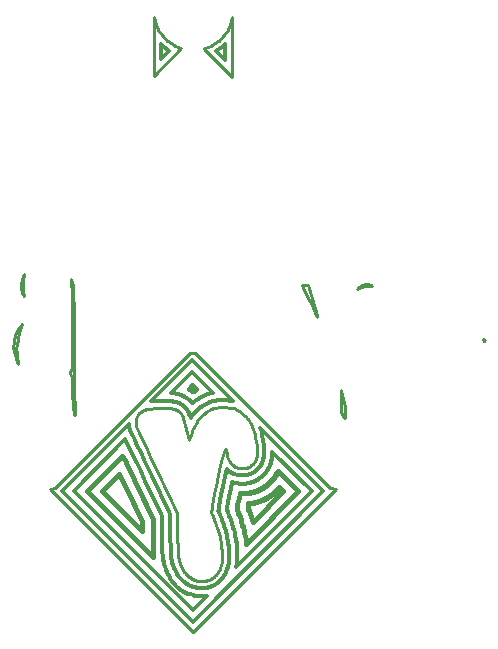
<source format=gbo>
%MOIN*%
%OFA0B0*%
%FSLAX44Y44*%
%IPPOS*%
%LPD*%
%ADD10C,0.00984251968503937*%
%ADD11C,0.011811023622047244*%
%ADD12C,0.013779527559055118*%
%ADD13C,0.015748031496062992*%
%ADD14C,0.017716535433070866*%
D10*
X-00001303Y00018825D02*
X-00000393Y00019735D01*
X-00000402Y00019738D01*
X-00000606Y00019823D01*
X-00000624Y00019831D01*
X-00000641Y00019841D01*
X-00000824Y00019964D01*
X-00000840Y00019975D01*
X-00000854Y00019988D01*
X-00001011Y00020145D01*
X-00001024Y00020159D01*
X-00001035Y00020175D01*
X-00001158Y00020358D01*
X-00001168Y00020375D01*
X-00001176Y00020392D01*
X-00001261Y00020597D01*
X-00001267Y00020615D01*
X-00001272Y00020634D01*
X-00001303Y00020788D01*
X-00001303Y00018825D01*
X00001303Y00018791D02*
X00001303Y00020788D01*
X00001272Y00020634D01*
X00001267Y00020615D01*
X00001261Y00020597D01*
X00001176Y00020392D01*
X00001168Y00020375D01*
X00001158Y00020358D01*
X00001035Y00020175D01*
X00001024Y00020159D01*
X00001011Y00020145D01*
X00000854Y00019988D01*
X00000840Y00019975D01*
X00000824Y00019964D01*
X00000641Y00019841D01*
X00000624Y00019831D01*
X00000606Y00019823D01*
X00000402Y00019738D01*
X00000384Y00019732D01*
X00000367Y00019727D01*
X00001303Y00018791D01*
X-00005643Y00011482D02*
X-00005643Y00011487D01*
X-00005650Y00011615D01*
X-00005651Y00011623D01*
X-00005652Y00011800D01*
X-00005652Y00011802D01*
X-00005652Y00011885D01*
X-00005652Y00011888D01*
X-00005650Y00012032D01*
X-00005649Y00012043D01*
X-00005642Y00012143D01*
X-00005640Y00012159D01*
X-00005638Y00012171D01*
X-00005636Y00012181D01*
X-00005628Y00012223D01*
X-00005642Y00012205D01*
X-00005705Y00012049D01*
X-00005729Y00011855D01*
X-00005725Y00011760D01*
X-00005693Y00011589D01*
X-00005643Y00011482D01*
X-00003916Y00007502D02*
X-00003926Y00007583D01*
X-00003927Y00007591D01*
X-00003938Y00007722D01*
X-00003938Y00007727D01*
X-00003948Y00007885D01*
X-00003948Y00007889D01*
X-00003955Y00008079D01*
X-00003955Y00008081D01*
X-00003961Y00008309D01*
X-00003961Y00008311D01*
X-00003965Y00008581D01*
X-00003965Y00008583D01*
X-00003968Y00008903D01*
X-00003968Y00008904D01*
X-00003969Y00009279D01*
X-00003969Y00009280D01*
X-00003970Y00009716D01*
X-00003970Y00009716D01*
X-00003970Y00009918D01*
X-00003972Y00010266D01*
X-00003974Y00010597D01*
X-00003977Y00010903D01*
X-00003981Y00011178D01*
X-00003986Y00011414D01*
X-00003991Y00011603D01*
X-00003997Y00011738D01*
X-00004002Y00011803D01*
X-00004024Y00011931D01*
X-00004064Y00012060D01*
X-00004059Y00011986D01*
X-00004058Y00011980D01*
X-00004053Y00011861D01*
X-00004053Y00011857D01*
X-00004048Y00011701D01*
X-00004048Y00011699D01*
X-00004045Y00011502D01*
X-00004045Y00011500D01*
X-00004042Y00011255D01*
X-00004042Y00011254D01*
X-00004039Y00010954D01*
X-00004039Y00010954D01*
X-00004037Y00010593D01*
X-00004037Y00010593D01*
X-00004027Y00009068D01*
X-00004076Y00009014D01*
X-00004080Y00008995D01*
X-00004089Y00008980D01*
X-00004088Y00008909D01*
X-00004102Y00008893D01*
X-00004085Y00008873D01*
X-00004069Y00008847D01*
X-00004063Y00008836D01*
X-00004052Y00008807D01*
X-00004044Y00008777D01*
X-00004042Y00008765D01*
X-00004040Y00008742D01*
X-00004020Y00008216D01*
X-00004017Y00008137D01*
X-00004006Y00007940D01*
X-00003992Y00007756D01*
X-00003978Y00007606D01*
X-00003965Y00007513D01*
X-00003963Y00007502D01*
X-00003916Y00007502D01*
X00005466Y00011704D02*
X00005559Y00011761D01*
X00005572Y00011768D01*
X00005583Y00011773D01*
X00005604Y00011783D01*
X00005626Y00011789D01*
X00005750Y00011819D01*
X00005766Y00011822D01*
X00005778Y00011824D01*
X00005804Y00011827D01*
X00005898Y00011829D01*
X00005929Y00011801D01*
X00005965Y00011820D01*
X00005933Y00011836D01*
X00005839Y00011866D01*
X00005772Y00011880D01*
X00005751Y00011880D01*
X00005735Y00011876D01*
X00005729Y00011875D01*
X00005664Y00011860D01*
X00005622Y00011842D01*
X00005543Y00011784D01*
X00005466Y00011704D01*
X00004120Y00010858D02*
X00004120Y00010858D01*
X00003840Y00011830D01*
X00003640Y00011830D01*
X00003677Y00011750D01*
X00003750Y00011597D01*
X00003843Y00011402D01*
X00003953Y00011174D01*
X00003953Y00011174D01*
X00004074Y00010921D01*
X00004144Y00010775D01*
X00004120Y00010858D01*
X-00005817Y00009220D02*
X-00005826Y00009251D01*
X-00005830Y00009265D01*
X-00005862Y00009404D01*
X-00005865Y00009417D01*
X-00005866Y00009429D01*
X-00005867Y00009434D01*
X-00005878Y00009519D01*
X-00005880Y00009544D01*
X-00005882Y00009786D01*
X-00005880Y00009814D01*
X-00005845Y00010072D01*
X-00005844Y00010076D01*
X-00005842Y00010088D01*
X-00005838Y00010108D01*
X-00005771Y00010360D01*
X-00005762Y00010385D01*
X-00005698Y00010539D01*
X-00005832Y00010380D01*
X-00005927Y00010194D01*
X-00005980Y00009983D01*
X-00005987Y00009755D01*
X-00005946Y00009521D01*
X-00005851Y00009276D01*
X-00005817Y00009220D01*
X00009690Y00009969D02*
X00009721Y00009999D01*
X00009680Y00010041D01*
X00009679Y00010026D01*
X00009696Y00009983D01*
X00009690Y00009969D01*
X00000000Y00000278D02*
X00004763Y00005042D01*
X00004750Y00005036D01*
X00004707Y00005054D01*
X00004666Y00005050D01*
X00004663Y00005064D01*
X00004579Y00005070D01*
X00000073Y00009576D01*
X00000072Y00009576D01*
X00000057Y00009573D01*
X00000045Y00009571D01*
X00000029Y00009569D01*
X-00000001Y00009567D01*
X-00000031Y00009567D01*
X-00000062Y00009569D01*
X-00000078Y00009571D01*
X-00000090Y00009573D01*
X-00000105Y00009576D01*
X-00000106Y00009576D01*
X-00002228Y00007454D01*
X-00002236Y00007453D01*
X-00002237Y00007445D01*
X-00002541Y00007141D01*
X-00002541Y00007141D01*
X-00002543Y00007140D01*
X-00002543Y00007140D01*
X-00004612Y00005070D01*
X-00004667Y00005066D01*
X-00004667Y00005062D01*
X-00004720Y00005062D01*
X-00004765Y00005043D01*
X00000000Y00000278D01*
X00005047Y00007414D02*
X00005054Y00007424D01*
X00005066Y00007481D01*
X00005067Y00007574D01*
X00005052Y00007828D01*
X00005012Y00008056D01*
X00004938Y00008307D01*
X00004919Y00008355D01*
X00004920Y00008127D01*
X00004925Y00007907D01*
X00004933Y00007740D01*
X00004945Y00007626D01*
X00004960Y00007552D01*
X00004978Y00007502D01*
X00004999Y00007466D01*
X00005033Y00007422D01*
X00005035Y00007420D01*
X00005047Y00007414D01*
X00000285Y00001977D02*
X00000257Y00001977D01*
X00000229Y00001980D01*
X00000215Y00001981D01*
X00000203Y00001983D01*
X00000193Y00001985D01*
X00000172Y00001990D01*
X00000162Y00001992D01*
X00000043Y00002024D01*
X00000033Y00002027D01*
X00000013Y00002034D01*
X-00000005Y00002041D01*
X-00000024Y00002049D01*
X-00000033Y00002054D01*
X-00000044Y00002059D01*
X-00000056Y00002066D01*
X-00000080Y00002081D01*
X-00000103Y00002097D01*
X-00000125Y00002115D01*
X-00000136Y00002124D01*
X-00000234Y00002217D01*
X-00000236Y00002219D01*
X-00000240Y00002223D01*
X-00000242Y00002225D01*
X-00000251Y00002233D01*
X-00000261Y00002245D01*
X-00000281Y00002268D01*
X-00000299Y00002293D01*
X-00000315Y00002319D01*
X-00000322Y00002332D01*
X-00000403Y00002488D01*
X-00000403Y00002489D01*
X-00000403Y00002489D01*
X-00000403Y00002489D01*
X-00000409Y00002500D01*
X-00000415Y00002513D01*
X-00000425Y00002538D01*
X-00000430Y00002551D01*
X-00000446Y00002597D01*
X-00000449Y00002606D01*
X-00000454Y00002623D01*
X-00000456Y00002632D01*
X-00000473Y00002700D01*
X-00000475Y00002708D01*
X-00000478Y00002724D01*
X-00000479Y00002732D01*
X-00000481Y00002744D01*
X-00000481Y00002745D01*
X-00000482Y00002748D01*
X-00000482Y00002749D01*
X-00000494Y00002834D01*
X-00000495Y00002841D01*
X-00000496Y00002854D01*
X-00000497Y00002860D01*
X-00000506Y00002972D01*
X-00000506Y00002976D01*
X-00000506Y00002984D01*
X-00000506Y00002988D01*
X-00000512Y00003137D01*
X-00000512Y00003139D01*
X-00000512Y00003143D01*
X-00000512Y00003145D01*
X-00000515Y00003340D01*
X-00000515Y00003341D01*
X-00000515Y00003343D01*
X-00000515Y00003344D01*
X-00000517Y00003597D01*
X-00000517Y00003597D01*
X-00000517Y00003598D01*
X-00000520Y00004251D01*
X-00001156Y00005584D01*
X-00001156Y00005584D01*
X-00001285Y00005854D01*
X-00001285Y00005854D01*
X-00001415Y00006126D01*
X-00001415Y00006126D01*
X-00001534Y00006375D01*
X-00001534Y00006375D01*
X-00001640Y00006595D01*
X-00001640Y00006595D01*
X-00001728Y00006779D01*
X-00001796Y00006921D01*
X-00001842Y00007015D01*
X-00001861Y00007055D01*
X-00001862Y00007056D01*
X-00001863Y00007058D01*
X-00001863Y00007059D01*
X-00001869Y00007070D01*
X-00001874Y00007083D01*
X-00001885Y00007110D01*
X-00001893Y00007137D01*
X-00001900Y00007165D01*
X-00001902Y00007178D01*
X-00001904Y00007191D01*
X-00001906Y00007201D01*
X-00001908Y00007221D01*
X-00001909Y00007231D01*
X-00001910Y00007253D01*
X-00001910Y00007263D01*
X-00001910Y00007284D01*
X-00001909Y00007305D01*
X-00001907Y00007325D01*
X-00001906Y00007336D01*
X-00001904Y00007348D01*
X-00001901Y00007363D01*
X-00001893Y00007393D01*
X-00001884Y00007422D01*
X-00001872Y00007451D01*
X-00001866Y00007465D01*
X-00001860Y00007476D01*
X-00001853Y00007489D01*
X-00001836Y00007516D01*
X-00001818Y00007541D01*
X-00001798Y00007564D01*
X-00001788Y00007576D01*
X-00001779Y00007584D01*
X-00001769Y00007593D01*
X-00001749Y00007611D01*
X-00001727Y00007627D01*
X-00001705Y00007642D01*
X-00001694Y00007649D01*
X-00001669Y00007663D01*
X-00001665Y00007665D01*
X-00001658Y00007668D01*
X-00001655Y00007670D01*
X-00001644Y00007676D01*
X-00001630Y00007682D01*
X-00001601Y00007694D01*
X-00001572Y00007704D01*
X-00001542Y00007711D01*
X-00001527Y00007714D01*
X-00001515Y00007716D01*
X-00001512Y00007716D01*
X-00001506Y00007717D01*
X-00001503Y00007718D01*
X-00001442Y00007725D01*
X-00001433Y00007726D01*
X-00001414Y00007728D01*
X-00001405Y00007728D01*
X-00001298Y00007732D01*
X-00001296Y00007732D01*
X-00001290Y00007732D01*
X-00001288Y00007732D01*
X-00001125Y00007733D01*
X-00001125Y00007733D01*
X-00001124Y00007733D01*
X-00000744Y00007733D01*
X-00000729Y00007732D01*
X-00000698Y00007730D01*
X-00000683Y00007728D01*
X-00000671Y00007726D01*
X-00000655Y00007723D01*
X-00000625Y00007716D01*
X-00000596Y00007706D01*
X-00000568Y00007694D01*
X-00000553Y00007688D01*
X-00000543Y00007682D01*
X-00000529Y00007675D01*
X-00000503Y00007658D01*
X-00000478Y00007640D01*
X-00000454Y00007620D01*
X-00000443Y00007610D01*
X-00000434Y00007601D01*
X-00000424Y00007590D01*
X-00000404Y00007566D01*
X-00000386Y00007541D01*
X-00000369Y00007515D01*
X-00000362Y00007501D01*
X-00000356Y00007490D01*
X-00000352Y00007482D01*
X-00000345Y00007466D01*
X-00000338Y00007448D01*
X-00000332Y00007431D01*
X-00000329Y00007422D01*
X-00000115Y00006693D01*
X-00000083Y00006810D01*
X-00000081Y00006818D01*
X-00000076Y00006833D01*
X-00000073Y00006841D01*
X00000010Y00007068D01*
X00000014Y00007079D01*
X00000024Y00007101D01*
X00000029Y00007111D01*
X00000034Y00007122D01*
X00000035Y00007124D01*
X00000037Y00007127D01*
X00000038Y00007129D01*
X00000124Y00007290D01*
X00000130Y00007301D01*
X00000144Y00007322D01*
X00000151Y00007333D01*
X00000165Y00007353D01*
X00000175Y00007366D01*
X00000196Y00007391D01*
X00000207Y00007403D01*
X00000216Y00007412D01*
X00000217Y00007413D01*
X00000355Y00007549D01*
X00000365Y00007559D01*
X00000388Y00007578D01*
X00000411Y00007595D01*
X00000436Y00007611D01*
X00000448Y00007618D01*
X00000615Y00007706D01*
X00000616Y00007707D01*
X00000618Y00007708D01*
X00000620Y00007708D01*
X00000630Y00007714D01*
X00000643Y00007720D01*
X00000669Y00007731D01*
X00000696Y00007740D01*
X00000724Y00007747D01*
X00000738Y00007750D01*
X00000918Y00007784D01*
X00000921Y00007784D01*
X00000926Y00007785D01*
X00000928Y00007786D01*
X00000940Y00007787D01*
X00000955Y00007789D01*
X00000985Y00007792D01*
X00001014Y00007792D01*
X00001044Y00007790D01*
X00001059Y00007788D01*
X00001239Y00007762D01*
X00001240Y00007762D01*
X00001243Y00007761D01*
X00001244Y00007761D01*
X00001256Y00007759D01*
X00001269Y00007757D01*
X00001294Y00007751D01*
X00001319Y00007744D01*
X00001344Y00007734D01*
X00001356Y00007730D01*
X00001477Y00007675D01*
X00001481Y00007673D01*
X00001490Y00007669D01*
X00001494Y00007667D01*
X00001505Y00007661D01*
X00001514Y00007656D01*
X00001534Y00007645D01*
X00001552Y00007633D01*
X00001570Y00007620D01*
X00001579Y00007613D01*
X00001732Y00007484D01*
X00001739Y00007478D01*
X00001752Y00007467D01*
X00001758Y00007461D01*
X00001767Y00007452D01*
X00001774Y00007444D01*
X00001789Y00007428D01*
X00001802Y00007411D01*
X00001815Y00007394D01*
X00001821Y00007385D01*
X00001937Y00007202D01*
X00001942Y00007194D01*
X00001951Y00007178D01*
X00001955Y00007170D01*
X00001961Y00007159D01*
X00001967Y00007145D01*
X00001979Y00007117D01*
X00001984Y00007103D01*
X00002062Y00006867D01*
X00002067Y00006851D01*
X00002074Y00006820D01*
X00002077Y00006805D01*
X00002079Y00006793D01*
X00002080Y00006790D01*
X00002080Y00006786D01*
X00002081Y00006785D01*
X00002120Y00006495D01*
X00002121Y00006487D01*
X00002123Y00006473D01*
X00002123Y00006465D01*
X00002129Y00006364D01*
X00002130Y00006361D01*
X00002130Y00006354D01*
X00002130Y00006351D01*
X00002133Y00006255D01*
X00002132Y00006239D01*
X00002131Y00006209D01*
X00002129Y00006193D01*
X00002123Y00006141D01*
X00002122Y00006138D01*
X00002121Y00006133D01*
X00002121Y00006131D01*
X00002119Y00006118D01*
X00002116Y00006103D01*
X00002109Y00006073D01*
X00002099Y00006044D01*
X00002087Y00006015D01*
X00002081Y00006001D01*
X00002075Y00005990D01*
X00002070Y00005980D01*
X00002058Y00005959D01*
X00002045Y00005940D01*
X00002030Y00005921D01*
X00002023Y00005912D01*
X00002004Y00005890D01*
X00001999Y00005885D01*
X00001989Y00005874D01*
X00001984Y00005869D01*
X00001976Y00005860D01*
X00001964Y00005850D01*
X00001941Y00005830D01*
X00001916Y00005812D01*
X00001890Y00005795D01*
X00001876Y00005788D01*
X00001865Y00005782D01*
X00001851Y00005776D01*
X00001823Y00005764D01*
X00001793Y00005754D01*
X00001763Y00005747D01*
X00001748Y00005744D01*
X00001736Y00005742D01*
X00001733Y00005742D01*
X00001727Y00005741D01*
X00001725Y00005741D01*
X00001692Y00005736D01*
X00001678Y00005735D01*
X00001650Y00005733D01*
X00001622Y00005734D01*
X00001594Y00005736D01*
X00001580Y00005738D01*
X00001567Y00005740D01*
X00001556Y00005742D01*
X00001535Y00005747D01*
X00001524Y00005749D01*
X00001480Y00005761D01*
X00001471Y00005764D01*
X00001452Y00005771D01*
X00001434Y00005778D01*
X00001416Y00005786D01*
X00001407Y00005790D01*
X00001396Y00005795D01*
X00001383Y00005803D01*
X00001356Y00005819D01*
X00001331Y00005837D01*
X00001308Y00005858D01*
X00001296Y00005868D01*
X00001288Y00005877D01*
X00001279Y00005886D01*
X00001262Y00005905D01*
X00001247Y00005925D01*
X00001233Y00005946D01*
X00001226Y00005956D01*
X00001198Y00006004D01*
X00001196Y00006009D01*
X00001190Y00006019D01*
X00001188Y00006024D01*
X00001182Y00006035D01*
X00001176Y00006047D01*
X00001166Y00006071D01*
X00001157Y00006096D01*
X00001150Y00006122D01*
X00001147Y00006135D01*
X00001127Y00006233D01*
X00001126Y00006235D01*
X00001126Y00006240D01*
X00001125Y00006243D01*
X00001122Y00006261D01*
X00001097Y00006355D01*
X00001088Y00006377D01*
X00001083Y00006372D01*
X00001040Y00006278D01*
X00000978Y00006092D01*
X00000908Y00005839D01*
X00000835Y00005528D01*
X00000761Y00005162D01*
X00000713Y00004910D01*
X00000670Y00004683D01*
X00000640Y00004513D01*
X00000623Y00004396D01*
X00000614Y00004315D01*
X00000614Y00004273D01*
X00000615Y00004265D01*
X00000618Y00004253D01*
X00000632Y00004215D01*
X00000662Y00004146D01*
X00000662Y00004146D01*
X00000662Y00004145D01*
X00000663Y00004144D01*
X00000673Y00004120D01*
X00000674Y00004117D01*
X00000676Y00004112D01*
X00000677Y00004109D01*
X00000738Y00003952D01*
X00000739Y00003949D01*
X00000741Y00003943D01*
X00000742Y00003940D01*
X00000805Y00003759D01*
X00000806Y00003756D01*
X00000808Y00003750D01*
X00000809Y00003747D01*
X00000862Y00003577D01*
X00000864Y00003573D01*
X00000866Y00003565D01*
X00000867Y00003561D01*
X00000893Y00003465D01*
X00000894Y00003459D01*
X00000897Y00003445D01*
X00000899Y00003438D01*
X00000943Y00003213D01*
X00000943Y00003209D01*
X00000944Y00003203D01*
X00000945Y00003199D01*
X00000947Y00003187D01*
X00000948Y00003181D01*
X00000949Y00003167D01*
X00000950Y00003160D01*
X00000969Y00002950D01*
X00000970Y00002939D01*
X00000970Y00002915D01*
X00000970Y00002903D01*
X00000965Y00002719D01*
X00000964Y00002706D01*
X00000961Y00002681D01*
X00000960Y00002669D01*
X00000958Y00002657D01*
X00000957Y00002653D01*
X00000956Y00002646D01*
X00000955Y00002643D01*
X00000926Y00002493D01*
X00000923Y00002480D01*
X00000916Y00002455D01*
X00000908Y00002430D01*
X00000898Y00002406D01*
X00000892Y00002394D01*
X00000840Y00002288D01*
X00000839Y00002287D01*
X00000838Y00002285D01*
X00000838Y00002284D01*
X00000832Y00002273D01*
X00000825Y00002259D01*
X00000809Y00002233D01*
X00000791Y00002208D01*
X00000770Y00002185D01*
X00000760Y00002173D01*
X00000751Y00002165D01*
X00000745Y00002159D01*
X00000732Y00002147D01*
X00000719Y00002136D01*
X00000705Y00002125D01*
X00000699Y00002120D01*
X00000624Y00002068D01*
X00000612Y00002061D01*
X00000589Y00002046D01*
X00000577Y00002040D01*
X00000566Y00002034D01*
X00000552Y00002028D01*
X00000523Y00002016D01*
X00000494Y00002006D01*
X00000464Y00001999D01*
X00000449Y00001996D01*
X00000436Y00001994D01*
X00000434Y00001994D01*
X00000429Y00001993D01*
X00000426Y00001993D01*
X00000328Y00001980D01*
X00000314Y00001979D01*
X00000285Y00001977D01*
D11*
X-00001066Y00019395D02*
X-00000799Y00019663D01*
X-00000956Y00019768D01*
X-00000965Y00019774D01*
X-00000981Y00019786D01*
X-00000999Y00019800D01*
X-00001013Y00019813D01*
X-00001021Y00019821D01*
X-00001066Y00019867D01*
X-00001066Y00019395D01*
X00001066Y00019362D02*
X00001066Y00019867D01*
X00001021Y00019821D01*
X00001013Y00019813D01*
X00000999Y00019800D01*
X00000981Y00019786D01*
X00000965Y00019774D01*
X00000956Y00019768D01*
X00000779Y00019649D01*
X00001066Y00019362D01*
X-00000079Y00007409D02*
X-00000073Y00007419D01*
X-00000069Y00007426D01*
X-00000056Y00007447D01*
X-00000052Y00007453D01*
X-00000045Y00007464D01*
X-00000041Y00007470D01*
X-00000026Y00007491D01*
X-00000020Y00007498D01*
X-00000010Y00007511D01*
X-00000004Y00007519D01*
X00000016Y00007544D01*
X00000022Y00007551D01*
X00000033Y00007563D01*
X00000040Y00007570D01*
X00000049Y00007579D01*
X00000049Y00007579D01*
X00000051Y00007580D01*
X00000188Y00007717D01*
X00000194Y00007723D01*
X00000205Y00007733D01*
X00000212Y00007739D01*
X00000234Y00007758D01*
X00000248Y00007769D01*
X00000271Y00007786D01*
X00000286Y00007796D01*
X00000310Y00007811D01*
X00000318Y00007816D01*
X00000330Y00007823D01*
X00000338Y00007827D01*
X00000504Y00007915D01*
X00000505Y00007915D01*
X00000507Y00007916D01*
X00000507Y00007916D01*
X00000510Y00007918D01*
X00000511Y00007918D01*
X00000512Y00007919D01*
X00000512Y00007919D01*
X00000523Y00007924D01*
X00000531Y00007928D01*
X00000544Y00007934D01*
X00000552Y00007938D01*
X00000578Y00007949D01*
X00000594Y00007955D01*
X00000620Y00007964D01*
X00000637Y00007969D01*
X00000664Y00007976D01*
X00000672Y00007978D01*
X00000686Y00007981D01*
X00000695Y00007983D01*
X00000875Y00008016D01*
X00000877Y00008016D01*
X00000879Y00008017D01*
X00000881Y00008017D01*
X00000886Y00008018D01*
X00000887Y00008018D01*
X00000890Y00008019D01*
X00000891Y00008019D01*
X00000903Y00008021D01*
X00000912Y00008022D01*
X00000927Y00008024D01*
X00000936Y00008025D01*
X00000965Y00008027D01*
X00000983Y00008028D01*
X00001013Y00008028D01*
X00001031Y00008028D01*
X00001060Y00008025D01*
X00001069Y00008025D01*
X00001084Y00008023D01*
X00001093Y00008022D01*
X00001273Y00007996D01*
X00001273Y00007996D01*
X00001275Y00007996D01*
X00001276Y00007995D01*
X00001278Y00007995D01*
X00001280Y00007995D01*
X00001281Y00007995D01*
X00001281Y00007995D01*
X00001293Y00007993D01*
X00001301Y00007991D01*
X00001313Y00007989D01*
X00001321Y00007987D01*
X00001330Y00007985D01*
X-00000015Y00009331D01*
X-00000018Y00009331D01*
X-00001383Y00007965D01*
X-00001306Y00007968D01*
X-00001304Y00007968D01*
X-00001302Y00007968D01*
X-00001300Y00007968D01*
X-00001295Y00007968D01*
X-00001293Y00007968D01*
X-00001290Y00007968D01*
X-00001289Y00007968D01*
X-00001126Y00007969D01*
X-00001126Y00007969D01*
X-00001125Y00007969D01*
X-00001124Y00007969D01*
X-00000744Y00007969D01*
X-00000735Y00007969D01*
X-00000720Y00007968D01*
X-00000710Y00007967D01*
X-00000680Y00007965D01*
X-00000670Y00007964D01*
X-00000655Y00007962D01*
X-00000646Y00007961D01*
X-00000634Y00007959D01*
X-00000624Y00007957D01*
X-00000609Y00007954D01*
X-00000600Y00007952D01*
X-00000570Y00007945D01*
X-00000552Y00007940D01*
X-00000523Y00007931D01*
X-00000506Y00007924D01*
X-00000477Y00007912D01*
X-00000469Y00007909D01*
X-00000455Y00007902D01*
X-00000446Y00007898D01*
X-00000435Y00007893D01*
X-00000427Y00007888D01*
X-00000414Y00007881D01*
X-00000406Y00007876D01*
X-00000379Y00007860D01*
X-00000364Y00007850D01*
X-00000339Y00007831D01*
X-00000324Y00007820D01*
X-00000301Y00007800D01*
X-00000294Y00007794D01*
X-00000282Y00007783D01*
X-00000276Y00007777D01*
X-00000267Y00007768D01*
X-00000261Y00007761D01*
X-00000250Y00007750D01*
X-00000244Y00007743D01*
X-00000224Y00007720D01*
X-00000213Y00007705D01*
X-00000194Y00007680D01*
X-00000184Y00007665D01*
X-00000168Y00007638D01*
X-00000163Y00007630D01*
X-00000156Y00007617D01*
X-00000151Y00007609D01*
X-00000146Y00007598D01*
X-00000143Y00007593D01*
X-00000139Y00007585D01*
X-00000137Y00007580D01*
X-00000129Y00007563D01*
X-00000125Y00007553D01*
X-00000118Y00007536D01*
X-00000115Y00007525D01*
X-00000109Y00007508D01*
X-00000107Y00007503D01*
X-00000104Y00007494D01*
X-00000103Y00007489D01*
X-00000079Y00007409D01*
X-00002054Y00006911D02*
X-00002073Y00006951D01*
X-00002074Y00006951D01*
X-00002074Y00006952D01*
X-00002074Y00006953D01*
X-00002075Y00006955D01*
X-00002075Y00006955D01*
X-00002076Y00006956D01*
X-00002076Y00006957D01*
X-00002082Y00006968D01*
X-00002085Y00006976D01*
X-00002091Y00006989D01*
X-00002094Y00006997D01*
X-00002105Y00007023D01*
X-00002110Y00007039D01*
X-00002119Y00007067D01*
X-00002123Y00007083D01*
X-00002130Y00007111D01*
X-00002132Y00007119D01*
X-00002134Y00007133D01*
X-00002136Y00007141D01*
X-00002138Y00007154D01*
X-00002139Y00007160D01*
X-00002140Y00007170D01*
X-00002141Y00007176D01*
X-00002143Y00007196D01*
X-00002143Y00007202D01*
X-00002144Y00007205D01*
X-00002374Y00006974D01*
X-00002374Y00006974D01*
X-00002376Y00006973D01*
X-00002376Y00006973D01*
X-00004368Y00004980D01*
X00000000Y00000612D01*
X00004351Y00004964D01*
X00002243Y00007071D01*
X00002287Y00006941D01*
X00002290Y00006932D01*
X00002294Y00006916D01*
X00002296Y00006907D01*
X00002304Y00006876D01*
X00002306Y00006867D01*
X00002309Y00006851D01*
X00002311Y00006842D01*
X00002313Y00006830D01*
X00002313Y00006828D01*
X00002313Y00006826D01*
X00002313Y00006825D01*
X00002314Y00006821D01*
X00002314Y00006819D01*
X00002314Y00006818D01*
X00002315Y00006817D01*
X00002354Y00006527D01*
X00002355Y00006523D01*
X00002356Y00006515D01*
X00002356Y00006511D01*
X00002358Y00006496D01*
X00002358Y00006491D01*
X00002359Y00006484D01*
X00002359Y00006479D01*
X00002365Y00006379D01*
X00002365Y00006377D01*
X00002366Y00006373D01*
X00002366Y00006371D01*
X00002366Y00006364D01*
X00002366Y00006362D01*
X00002366Y00006359D01*
X00002366Y00006357D01*
X00002369Y00006261D01*
X00002369Y00006252D01*
X00002369Y00006236D01*
X00002368Y00006227D01*
X00002367Y00006196D01*
X00002366Y00006187D01*
X00002365Y00006172D01*
X00002364Y00006162D01*
X00002357Y00006110D01*
X00002357Y00006109D01*
X00002356Y00006106D01*
X00002356Y00006104D01*
X00002355Y00006099D01*
X00002355Y00006097D01*
X00002355Y00006095D01*
X00002354Y00006094D01*
X00002352Y00006081D01*
X00002351Y00006072D01*
X00002348Y00006057D01*
X00002346Y00006048D01*
X00002339Y00006018D01*
X00002334Y00006000D01*
X00002324Y00005971D01*
X00002318Y00005953D01*
X00002306Y00005925D01*
X00002302Y00005916D01*
X00002295Y00005902D01*
X00002291Y00005894D01*
X00002286Y00005883D01*
X00002282Y00005876D01*
X00002277Y00005866D01*
X00002273Y00005860D01*
X00002261Y00005839D01*
X00002254Y00005827D01*
X00002241Y00005808D01*
X00002232Y00005796D01*
X00002218Y00005778D01*
X00002214Y00005772D01*
X00002206Y00005763D01*
X00002202Y00005757D01*
X00002183Y00005736D01*
X00002180Y00005732D01*
X00002175Y00005727D01*
X00002172Y00005724D01*
X00002162Y00005713D01*
X00002159Y00005710D01*
X00002154Y00005705D01*
X00002151Y00005702D01*
X00002143Y00005693D01*
X00002136Y00005687D01*
X00002125Y00005676D01*
X00002118Y00005670D01*
X00002094Y00005650D01*
X00002080Y00005639D01*
X00002055Y00005620D01*
X00002040Y00005610D01*
X00002013Y00005594D01*
X00002005Y00005589D01*
X00001992Y00005582D01*
X00001984Y00005578D01*
X00001973Y00005572D01*
X00001964Y00005568D01*
X00001950Y00005561D01*
X00001942Y00005558D01*
X00001913Y00005546D01*
X00001896Y00005539D01*
X00001866Y00005530D01*
X00001848Y00005525D01*
X00001818Y00005517D01*
X00001809Y00005515D01*
X00001794Y00005512D01*
X00001785Y00005511D01*
X00001772Y00005509D01*
X00001771Y00005509D01*
X00001768Y00005508D01*
X00001766Y00005508D01*
X00001761Y00005507D01*
X00001759Y00005507D01*
X00001757Y00005507D01*
X00001755Y00005506D01*
X00001722Y00005502D01*
X00001714Y00005501D01*
X00001700Y00005500D01*
X00001692Y00005499D01*
X00001663Y00005498D01*
X00001647Y00005497D01*
X00001618Y00005498D01*
X00001601Y00005498D01*
X00001573Y00005501D01*
X00001565Y00005502D01*
X00001551Y00005503D01*
X00001543Y00005505D01*
X00001530Y00005507D01*
X00001524Y00005508D01*
X00001513Y00005510D01*
X00001506Y00005511D01*
X00001484Y00005516D01*
X00001478Y00005517D01*
X00001467Y00005520D01*
X00001461Y00005522D01*
X00001417Y00005534D01*
X00001411Y00005536D01*
X00001402Y00005538D01*
X00001396Y00005540D01*
X00001378Y00005546D01*
X00001367Y00005550D01*
X00001348Y00005557D01*
X00001337Y00005562D01*
X00001320Y00005570D01*
X00001314Y00005573D01*
X00001305Y00005577D01*
X00001300Y00005579D01*
X00001289Y00005585D01*
X00001281Y00005589D01*
X00001267Y00005597D01*
X00001259Y00005602D01*
X00001233Y00005618D01*
X00001217Y00005628D01*
X00001192Y00005646D01*
X00001178Y00005658D01*
X00001154Y00005678D01*
X00001147Y00005684D01*
X00001136Y00005695D01*
X00001129Y00005701D01*
X00001120Y00005710D01*
X00001120Y00005710D01*
X00001066Y00005477D01*
X00000992Y00005116D01*
X00000945Y00004865D01*
X00000903Y00004640D01*
X00000873Y00004475D01*
X00000857Y00004366D01*
X00000851Y00004305D01*
X00000852Y00004303D01*
X00000879Y00004239D01*
X00000879Y00004239D01*
X00000879Y00004238D01*
X00000880Y00004237D01*
X00000880Y00004237D01*
X00000880Y00004236D01*
X00000880Y00004235D01*
X00000890Y00004212D01*
X00000891Y00004210D01*
X00000892Y00004207D01*
X00000893Y00004206D01*
X00000895Y00004200D01*
X00000896Y00004198D01*
X00000897Y00004196D01*
X00000897Y00004194D01*
X00000958Y00004037D01*
X00000959Y00004035D01*
X00000960Y00004032D01*
X00000961Y00004030D01*
X00000963Y00004024D01*
X00000963Y00004022D01*
X00000965Y00004019D01*
X00000965Y00004017D01*
X00001028Y00003836D01*
X00001029Y00003835D01*
X00001030Y00003832D01*
X00001031Y00003830D01*
X00001032Y00003824D01*
X00001033Y00003822D01*
X00001034Y00003819D01*
X00001035Y00003818D01*
X00001088Y00003648D01*
X00001089Y00003645D01*
X00001090Y00003641D01*
X00001090Y00003639D01*
X00001093Y00003631D01*
X00001093Y00003629D01*
X00001095Y00003625D01*
X00001095Y00003622D01*
X00001121Y00003526D01*
X00001122Y00003522D01*
X00001124Y00003515D01*
X00001125Y00003512D01*
X00001128Y00003498D01*
X00001128Y00003494D01*
X00001130Y00003488D01*
X00001131Y00003483D01*
X00001175Y00003258D01*
X00001175Y00003256D01*
X00001176Y00003252D01*
X00001176Y00003250D01*
X00001177Y00003244D01*
X00001177Y00003242D01*
X00001178Y00003238D01*
X00001178Y00003237D01*
X00001180Y00003224D01*
X00001181Y00003220D01*
X00001182Y00003214D01*
X00001182Y00003210D01*
X00001184Y00003196D01*
X00001184Y00003192D01*
X00001185Y00003185D01*
X00001186Y00003181D01*
X00001204Y00002971D01*
X00001205Y00002964D01*
X00001205Y00002953D01*
X00001206Y00002946D01*
X00001206Y00002922D01*
X00001207Y00002915D01*
X00001206Y00002903D01*
X00001206Y00002896D01*
X00001201Y00002711D01*
X00001200Y00002704D01*
X00001200Y00002692D01*
X00001199Y00002684D01*
X00001197Y00002659D01*
X00001196Y00002652D01*
X00001194Y00002639D01*
X00001193Y00002632D01*
X00001191Y00002620D01*
X00001191Y00002618D01*
X00001190Y00002614D01*
X00001190Y00002612D01*
X00001189Y00002605D01*
X00001188Y00002603D01*
X00001188Y00002600D01*
X00001187Y00002597D01*
X00001158Y00002447D01*
X00001156Y00002440D01*
X00001153Y00002427D01*
X00001151Y00002419D01*
X00001145Y00002394D01*
X00001140Y00002379D01*
X00001132Y00002354D01*
X00001126Y00002339D01*
X00001116Y00002315D01*
X00001113Y00002308D01*
X00001108Y00002296D01*
X00001104Y00002289D01*
X00001052Y00002183D01*
X00001051Y00002183D01*
X00001051Y00002182D01*
X00001051Y00002181D01*
X00001049Y00002179D01*
X00001049Y00002178D01*
X00001049Y00002177D01*
X00001048Y00002176D01*
X00001043Y00002166D01*
X00001038Y00002157D01*
X00001031Y00002144D01*
X00001026Y00002136D01*
X00001010Y00002110D01*
X00001000Y00002094D01*
X00000982Y00002069D01*
X00000970Y00002055D01*
X00000950Y00002031D01*
X00000944Y00002024D01*
X00000933Y00002013D01*
X00000927Y00002006D01*
X00000918Y00001998D01*
X00000915Y00001994D01*
X00000909Y00001988D01*
X00000905Y00001985D01*
X00000892Y00001973D01*
X00000884Y00001966D01*
X00000871Y00001955D01*
X00000863Y00001948D01*
X00000849Y00001938D01*
X00000845Y00001935D01*
X00000838Y00001930D01*
X00000834Y00001927D01*
X00000759Y00001874D01*
X00000752Y00001870D01*
X00000741Y00001862D01*
X00000734Y00001858D01*
X00000710Y00001844D01*
X00000703Y00001840D01*
X00000691Y00001833D01*
X00000684Y00001829D01*
X00000673Y00001824D01*
X00000664Y00001820D01*
X00000650Y00001813D01*
X00000642Y00001809D01*
X00000613Y00001798D01*
X00000596Y00001791D01*
X00000567Y00001782D01*
X00000549Y00001777D01*
X00000519Y00001770D01*
X00000510Y00001768D01*
X00000495Y00001765D01*
X00000486Y00001763D01*
X00000473Y00001761D01*
X00000472Y00001761D01*
X00000469Y00001760D01*
X00000468Y00001760D01*
X00000462Y00001759D01*
X00000461Y00001759D01*
X00000458Y00001759D01*
X00000457Y00001759D01*
X00000358Y00001746D01*
X00000350Y00001745D01*
X00000336Y00001743D01*
X00000328Y00001743D01*
X00000299Y00001741D01*
X00000282Y00001741D01*
X00000254Y00001741D01*
X00000237Y00001742D01*
X00000209Y00001744D01*
X00000200Y00001745D01*
X00000186Y00001747D01*
X00000178Y00001748D01*
X00000166Y00001750D01*
X00000160Y00001751D01*
X00000150Y00001753D01*
X00000143Y00001754D01*
X00000123Y00001759D01*
X00000117Y00001760D01*
X00000107Y00001762D01*
X00000101Y00001764D01*
X-00000018Y00001796D01*
X-00000024Y00001798D01*
X-00000033Y00001801D01*
X-00000039Y00001803D01*
X-00000059Y00001809D01*
X-00000071Y00001813D01*
X-00000090Y00001820D01*
X-00000101Y00001825D01*
X-00000120Y00001834D01*
X-00000125Y00001836D01*
X-00000135Y00001841D01*
X-00000140Y00001843D01*
X-00000151Y00001849D01*
X-00000159Y00001853D01*
X-00000171Y00001860D01*
X-00000178Y00001864D01*
X-00000202Y00001878D01*
X-00000217Y00001888D01*
X-00000240Y00001904D01*
X-00000253Y00001914D01*
X-00000275Y00001932D01*
X-00000281Y00001937D01*
X-00000292Y00001947D01*
X-00000298Y00001952D01*
X-00000396Y00002046D01*
X-00000398Y00002047D01*
X-00000400Y00002049D01*
X-00000401Y00002050D01*
X-00000405Y00002054D01*
X-00000406Y00002055D01*
X-00000408Y00002057D01*
X-00000418Y00002066D01*
X-00000424Y00002073D01*
X-00000434Y00002084D01*
X-00000440Y00002091D01*
X-00000460Y00002114D01*
X-00000472Y00002129D01*
X-00000490Y00002153D01*
X-00000500Y00002169D01*
X-00000516Y00002195D01*
X-00000521Y00002203D01*
X-00000528Y00002216D01*
X-00000532Y00002224D01*
X-00000612Y00002379D01*
X-00000613Y00002380D01*
X-00000613Y00002381D01*
X-00000614Y00002382D01*
X-00000614Y00002382D01*
X-00000619Y00002393D01*
X-00000623Y00002400D01*
X-00000629Y00002413D01*
X-00000632Y00002420D01*
X-00000643Y00002446D01*
X-00000646Y00002453D01*
X-00000651Y00002466D01*
X-00000654Y00002474D01*
X-00000670Y00002520D01*
X-00000671Y00002525D01*
X-00000674Y00002534D01*
X-00000676Y00002539D01*
X-00000681Y00002557D01*
X-00000682Y00002562D01*
X-00000685Y00002571D01*
X-00000686Y00002576D01*
X-00000702Y00002644D01*
X-00000704Y00002649D01*
X-00000705Y00002657D01*
X-00000706Y00002661D01*
X-00000709Y00002677D01*
X-00000710Y00002682D01*
X-00000712Y00002690D01*
X-00000713Y00002695D01*
X-00000715Y00002707D01*
X-00000715Y00002708D01*
X-00000715Y00002709D01*
X-00000715Y00002710D01*
X-00000715Y00002713D01*
X-00000716Y00002714D01*
X-00000716Y00002715D01*
X-00000716Y00002716D01*
X-00000728Y00002801D01*
X-00000729Y00002805D01*
X-00000729Y00002811D01*
X-00000730Y00002815D01*
X-00000731Y00002828D01*
X-00000732Y00002832D01*
X-00000732Y00002839D01*
X-00000733Y00002843D01*
X-00000741Y00002955D01*
X-00000741Y00002957D01*
X-00000742Y00002961D01*
X-00000742Y00002963D01*
X-00000742Y00002971D01*
X-00000742Y00002973D01*
X-00000742Y00002976D01*
X-00000742Y00002979D01*
X-00000748Y00003128D01*
X-00000748Y00003129D01*
X-00000748Y00003131D01*
X-00000748Y00003133D01*
X-00000748Y00003137D01*
X-00000748Y00003138D01*
X-00000748Y00003140D01*
X-00000748Y00003141D01*
X-00000752Y00003337D01*
X-00000752Y00003337D01*
X-00000752Y00003338D01*
X-00000752Y00003339D01*
X-00000752Y00003341D01*
X-00000752Y00003341D01*
X-00000752Y00003342D01*
X-00000752Y00003343D01*
X-00000753Y00003595D01*
X-00000753Y00003595D01*
X-00000753Y00003596D01*
X-00000753Y00003596D01*
X-00000753Y00003597D01*
X-00000753Y00003597D01*
X-00000756Y00004198D01*
X-00001369Y00005483D01*
X-00001369Y00005483D01*
X-00001498Y00005752D01*
X-00001498Y00005752D01*
X-00001628Y00006024D01*
X-00001628Y00006025D01*
X-00001747Y00006273D01*
X-00001747Y00006273D01*
X-00001853Y00006493D01*
X-00001853Y00006493D01*
X-00001941Y00006677D01*
X-00002009Y00006818D01*
X-00002054Y00006911D01*
D12*
X-00000017Y00007901D02*
X-00000005Y00007913D01*
X-00000001Y00007916D01*
X00000004Y00007922D01*
X00000008Y00007926D01*
X00000018Y00007936D01*
X00000022Y00007939D01*
X00000029Y00007945D01*
X00000033Y00007948D01*
X00000055Y00007967D01*
X00000063Y00007974D01*
X00000076Y00007984D01*
X00000085Y00007991D01*
X00000108Y00008008D01*
X00000116Y00008014D01*
X00000131Y00008024D01*
X00000139Y00008029D01*
X00000164Y00008045D01*
X00000168Y00008047D01*
X00000176Y00008052D01*
X00000180Y00008054D01*
X00000193Y00008062D01*
X00000197Y00008064D01*
X00000205Y00008069D01*
X00000210Y00008071D01*
X00000376Y00008159D01*
X00000376Y00008159D01*
X00000377Y00008159D01*
X00000378Y00008159D01*
X00000379Y00008160D01*
X00000380Y00008161D01*
X00000380Y00008161D01*
X00000381Y00008161D01*
X00000383Y00008162D01*
X00000383Y00008162D01*
X00000384Y00008163D01*
X00000385Y00008163D01*
X00000386Y00008164D01*
X00000387Y00008164D01*
X00000387Y00008164D01*
X00000398Y00008170D01*
X00000403Y00008172D01*
X00000410Y00008176D01*
X00000415Y00008178D01*
X00000428Y00008184D01*
X00000432Y00008186D01*
X00000440Y00008190D01*
X00000444Y00008192D01*
X00000471Y00008203D01*
X00000480Y00008206D01*
X00000496Y00008212D01*
X00000505Y00008216D01*
X00000532Y00008225D01*
X00000541Y00008228D01*
X00000558Y00008233D01*
X00000567Y00008235D01*
X00000595Y00008243D01*
X00000599Y00008244D01*
X00000608Y00008246D01*
X00000613Y00008247D01*
X00000626Y00008250D01*
X00000631Y00008251D01*
X00000640Y00008253D01*
X00000645Y00008254D01*
X00000667Y00008258D01*
X-00000016Y00008942D01*
X-00000715Y00008244D01*
X-00000709Y00008243D01*
X-00000704Y00008243D01*
X-00000694Y00008243D01*
X-00000689Y00008242D01*
X-00000658Y00008240D01*
X-00000652Y00008239D01*
X-00000643Y00008238D01*
X-00000638Y00008238D01*
X-00000622Y00008236D01*
X-00000617Y00008235D01*
X-00000608Y00008234D01*
X-00000603Y00008233D01*
X-00000590Y00008231D01*
X-00000585Y00008230D01*
X-00000576Y00008229D01*
X-00000571Y00008228D01*
X-00000556Y00008225D01*
X-00000550Y00008224D01*
X-00000541Y00008222D01*
X-00000536Y00008220D01*
X-00000506Y00008213D01*
X-00000495Y00008210D01*
X-00000477Y00008205D01*
X-00000467Y00008202D01*
X-00000438Y00008193D01*
X-00000428Y00008189D01*
X-00000410Y00008183D01*
X-00000400Y00008179D01*
X-00000372Y00008167D01*
X-00000367Y00008165D01*
X-00000358Y00008161D01*
X-00000353Y00008159D01*
X-00000339Y00008152D01*
X-00000334Y00008150D01*
X-00000326Y00008146D01*
X-00000321Y00008144D01*
X-00000310Y00008138D01*
X-00000305Y00008136D01*
X-00000297Y00008131D01*
X-00000292Y00008129D01*
X-00000279Y00008121D01*
X-00000274Y00008118D01*
X-00000266Y00008114D01*
X-00000262Y00008111D01*
X-00000235Y00008095D01*
X-00000226Y00008089D01*
X-00000211Y00008079D01*
X-00000202Y00008072D01*
X-00000177Y00008054D01*
X-00000168Y00008048D01*
X-00000154Y00008036D01*
X-00000145Y00008029D01*
X-00000122Y00008009D01*
X-00000118Y00008006D01*
X-00000111Y00007999D01*
X-00000107Y00007996D01*
X-00000095Y00007985D01*
X-00000091Y00007982D01*
X-00000085Y00007975D01*
X-00000081Y00007971D01*
X-00000072Y00007963D01*
X-00000068Y00007959D01*
X-00000062Y00007952D01*
X-00000058Y00007948D01*
X-00000048Y00007937D01*
X-00000044Y00007933D01*
X-00000038Y00007926D01*
X-00000034Y00007922D01*
X-00000017Y00007901D01*
X00000000Y00001002D02*
X00000482Y00001484D01*
X00000394Y00001472D01*
X00000389Y00001472D01*
X00000381Y00001471D01*
X00000376Y00001470D01*
X00000362Y00001469D01*
X00000357Y00001469D01*
X00000349Y00001468D01*
X00000344Y00001468D01*
X00000315Y00001466D01*
X00000305Y00001466D01*
X00000288Y00001465D01*
X00000279Y00001465D01*
X00000250Y00001466D01*
X00000240Y00001466D01*
X00000223Y00001467D01*
X00000214Y00001467D01*
X00000185Y00001470D01*
X00000180Y00001470D01*
X00000172Y00001471D01*
X00000167Y00001472D01*
X00000153Y00001473D01*
X00000148Y00001474D01*
X00000140Y00001475D01*
X00000135Y00001476D01*
X00000123Y00001478D01*
X00000119Y00001479D01*
X00000113Y00001480D01*
X00000109Y00001480D01*
X00000099Y00001482D01*
X00000096Y00001483D01*
X00000089Y00001484D01*
X00000086Y00001485D01*
X00000066Y00001489D01*
X00000062Y00001490D01*
X00000056Y00001491D01*
X00000052Y00001492D01*
X00000042Y00001495D01*
X00000039Y00001495D01*
X00000033Y00001497D01*
X00000029Y00001498D01*
X-00000089Y00001530D01*
X-00000093Y00001531D01*
X-00000099Y00001533D01*
X-00000102Y00001534D01*
X-00000112Y00001537D01*
X-00000115Y00001538D01*
X-00000121Y00001539D01*
X-00000125Y00001541D01*
X-00000144Y00001547D01*
X-00000151Y00001549D01*
X-00000163Y00001553D01*
X-00000169Y00001556D01*
X-00000189Y00001563D01*
X-00000195Y00001566D01*
X-00000207Y00001571D01*
X-00000213Y00001573D01*
X-00000232Y00001582D01*
X-00000235Y00001583D01*
X-00000241Y00001586D01*
X-00000244Y00001587D01*
X-00000253Y00001592D01*
X-00000257Y00001593D01*
X-00000262Y00001596D01*
X-00000266Y00001598D01*
X-00000277Y00001603D01*
X-00000281Y00001606D01*
X-00000288Y00001610D01*
X-00000293Y00001612D01*
X-00000305Y00001619D01*
X-00000309Y00001621D01*
X-00000317Y00001626D01*
X-00000321Y00001628D01*
X-00000345Y00001643D01*
X-00000353Y00001648D01*
X-00000367Y00001657D01*
X-00000376Y00001663D01*
X-00000398Y00001679D01*
X-00000406Y00001685D01*
X-00000420Y00001695D01*
X-00000428Y00001701D01*
X-00000449Y00001719D01*
X-00000453Y00001722D01*
X-00000460Y00001727D01*
X-00000463Y00001731D01*
X-00000474Y00001740D01*
X-00000477Y00001743D01*
X-00000484Y00001749D01*
X-00000487Y00001752D01*
X-00000586Y00001845D01*
X-00000586Y00001846D01*
X-00000588Y00001847D01*
X-00000588Y00001848D01*
X-00000590Y00001850D01*
X-00000591Y00001851D01*
X-00000593Y00001852D01*
X-00000593Y00001852D01*
X-00000597Y00001856D01*
X-00000598Y00001857D01*
X-00000599Y00001858D01*
X-00000600Y00001859D01*
X-00000602Y00001861D01*
X-00000603Y00001862D01*
X-00000612Y00001872D01*
X-00000616Y00001875D01*
X-00000622Y00001882D01*
X-00000626Y00001886D01*
X-00000637Y00001897D01*
X-00000640Y00001901D01*
X-00000646Y00001908D01*
X-00000650Y00001912D01*
X-00000670Y00001935D01*
X-00000676Y00001943D01*
X-00000688Y00001958D01*
X-00000694Y00001966D01*
X-00000712Y00001991D01*
X-00000718Y00002000D01*
X-00000729Y00002015D01*
X-00000734Y00002024D01*
X-00000751Y00002050D01*
X-00000753Y00002055D01*
X-00000758Y00002063D01*
X-00000761Y00002067D01*
X-00000768Y00002081D01*
X-00000771Y00002085D01*
X-00000775Y00002093D01*
X-00000778Y00002098D01*
X-00000857Y00002252D01*
X-00000857Y00002253D01*
X-00000857Y00002254D01*
X-00000858Y00002255D01*
X-00000859Y00002256D01*
X-00000859Y00002257D01*
X-00000859Y00002257D01*
X-00000865Y00002268D01*
X-00000867Y00002272D01*
X-00000870Y00002279D01*
X-00000873Y00002284D01*
X-00000878Y00002296D01*
X-00000880Y00002301D01*
X-00000884Y00002308D01*
X-00000886Y00002313D01*
X-00000896Y00002338D01*
X-00000898Y00002343D01*
X-00000901Y00002350D01*
X-00000903Y00002355D01*
X-00000908Y00002368D01*
X-00000910Y00002372D01*
X-00000913Y00002380D01*
X-00000914Y00002384D01*
X-00000930Y00002431D01*
X-00000931Y00002434D01*
X-00000933Y00002439D01*
X-00000934Y00002442D01*
X-00000937Y00002450D01*
X-00000938Y00002454D01*
X-00000939Y00002459D01*
X-00000940Y00002462D01*
X-00000945Y00002479D01*
X-00000946Y00002482D01*
X-00000948Y00002488D01*
X-00000948Y00002491D01*
X-00000951Y00002499D01*
X-00000951Y00002502D01*
X-00000953Y00002508D01*
X-00000954Y00002511D01*
X-00000970Y00002579D01*
X-00000971Y00002582D01*
X-00000972Y00002586D01*
X-00000973Y00002589D01*
X-00000974Y00002597D01*
X-00000975Y00002600D01*
X-00000976Y00002604D01*
X-00000977Y00002607D01*
X-00000980Y00002623D01*
X-00000980Y00002626D01*
X-00000981Y00002631D01*
X-00000982Y00002633D01*
X-00000983Y00002641D01*
X-00000984Y00002644D01*
X-00000984Y00002649D01*
X-00000985Y00002652D01*
X-00000987Y00002664D01*
X-00000987Y00002664D01*
X-00000987Y00002665D01*
X-00000987Y00002665D01*
X-00000987Y00002667D01*
X-00000987Y00002667D01*
X-00000987Y00002668D01*
X-00000988Y00002669D01*
X-00000988Y00002672D01*
X-00000988Y00002672D01*
X-00000988Y00002673D01*
X-00000988Y00002674D01*
X-00000988Y00002675D01*
X-00000989Y00002676D01*
X-00000989Y00002677D01*
X-00000989Y00002677D01*
X-00001001Y00002762D01*
X-00001001Y00002764D01*
X-00001002Y00002768D01*
X-00001002Y00002770D01*
X-00001003Y00002777D01*
X-00001003Y00002779D01*
X-00001004Y00002783D01*
X-00001004Y00002785D01*
X-00001005Y00002798D01*
X-00001006Y00002801D01*
X-00001006Y00002805D01*
X-00001006Y00002807D01*
X-00001007Y00002813D01*
X-00001007Y00002815D01*
X-00001007Y00002819D01*
X-00001007Y00002822D01*
X-00001016Y00002934D01*
X-00001016Y00002935D01*
X-00001016Y00002938D01*
X-00001016Y00002939D01*
X-00001017Y00002943D01*
X-00001017Y00002944D01*
X-00001017Y00002946D01*
X-00001017Y00002947D01*
X-00001017Y00002955D01*
X-00001017Y00002957D01*
X-00001017Y00002959D01*
X-00001017Y00002960D01*
X-00001018Y00002963D01*
X-00001018Y00002965D01*
X-00001018Y00002967D01*
X-00001018Y00002969D01*
X-00001023Y00003118D01*
X-00001023Y00003119D01*
X-00001023Y00003120D01*
X-00001023Y00003120D01*
X-00001024Y00003123D01*
X-00001024Y00003123D01*
X-00001024Y00003125D01*
X-00001024Y00003125D01*
X-00001024Y00003129D01*
X-00001024Y00003130D01*
X-00001024Y00003132D01*
X-00001024Y00003132D01*
X-00001024Y00003134D01*
X-00001024Y00003135D01*
X-00001024Y00003136D01*
X-00001027Y00003332D01*
X-00001027Y00003332D01*
X-00001027Y00003333D01*
X-00001027Y00003334D01*
X-00001027Y00003335D01*
X-00001027Y00003335D01*
X-00001027Y00003335D01*
X-00001027Y00003335D01*
X-00001027Y00003337D01*
X-00001027Y00003338D01*
X-00001027Y00003339D01*
X-00001027Y00003340D01*
X-00001027Y00003341D01*
X-00001029Y00003593D01*
X-00001029Y00003593D01*
X-00001029Y00003594D01*
X-00001029Y00003595D01*
X-00001029Y00003595D01*
X-00001029Y00003596D01*
X-00001031Y00004135D01*
X-00001618Y00005364D01*
X-00001747Y00005633D01*
X-00001747Y00005633D01*
X-00001877Y00005906D01*
X-00001877Y00005906D01*
X-00001996Y00006154D01*
X-00001996Y00006154D01*
X-00002101Y00006374D01*
X-00002101Y00006374D01*
X-00002189Y00006557D01*
X-00002189Y00006557D01*
X-00002257Y00006698D01*
X-00002258Y00006700D01*
X-00003978Y00004980D01*
X00000000Y00001002D01*
X00001437Y00002439D02*
X00003962Y00004964D01*
X00002644Y00006281D01*
X00002644Y00006268D01*
X00002644Y00006263D01*
X00002644Y00006254D01*
X00002644Y00006248D01*
X00002644Y00006233D01*
X00002644Y00006227D01*
X00002644Y00006218D01*
X00002644Y00006213D01*
X00002642Y00006182D01*
X00002642Y00006177D01*
X00002641Y00006167D01*
X00002640Y00006162D01*
X00002639Y00006147D01*
X00002639Y00006141D01*
X00002638Y00006132D01*
X00002637Y00006127D01*
X00002630Y00006074D01*
X00002630Y00006074D01*
X00002630Y00006072D01*
X00002630Y00006071D01*
X00002629Y00006069D01*
X00002629Y00006068D01*
X00002629Y00006066D01*
X00002629Y00006065D01*
X00002628Y00006060D01*
X00002628Y00006059D01*
X00002628Y00006057D01*
X00002627Y00006056D01*
X00002627Y00006053D01*
X00002627Y00006053D01*
X00002627Y00006051D01*
X00002627Y00006051D01*
X00002625Y00006038D01*
X00002624Y00006033D01*
X00002622Y00006024D01*
X00002621Y00006019D01*
X00002618Y00006003D01*
X00002617Y00005998D01*
X00002615Y00005989D01*
X00002614Y00005984D01*
X00002607Y00005954D01*
X00002604Y00005943D01*
X00002599Y00005925D01*
X00002596Y00005915D01*
X00002586Y00005885D01*
X00002582Y00005875D01*
X00002576Y00005858D01*
X00002572Y00005848D01*
X00002560Y00005819D01*
X00002558Y00005814D01*
X00002554Y00005806D01*
X00002552Y00005801D01*
X00002546Y00005786D01*
X00002543Y00005782D01*
X00002539Y00005773D01*
X00002537Y00005768D01*
X00002531Y00005757D01*
X00002529Y00005754D01*
X00002526Y00005747D01*
X00002524Y00005744D01*
X00002518Y00005733D01*
X00002516Y00005730D01*
X00002513Y00005723D01*
X00002511Y00005720D01*
X00002499Y00005700D01*
X00002494Y00005693D01*
X00002487Y00005681D01*
X00002482Y00005674D01*
X00002469Y00005654D01*
X00002465Y00005647D01*
X00002456Y00005636D01*
X00002451Y00005629D01*
X00002437Y00005610D01*
X00002435Y00005607D01*
X00002430Y00005602D01*
X00002428Y00005598D01*
X00002420Y00005589D01*
X00002418Y00005586D01*
X00002413Y00005581D01*
X00002410Y00005577D01*
X00002392Y00005556D01*
X00002390Y00005554D01*
X00002387Y00005550D01*
X00002385Y00005549D01*
X00002380Y00005543D01*
X00002379Y00005541D01*
X00002376Y00005538D01*
X00002374Y00005536D01*
X00002364Y00005525D01*
X00002362Y00005523D01*
X00002359Y00005520D01*
X00002358Y00005519D01*
X00002353Y00005513D01*
X00002351Y00005512D01*
X00002348Y00005509D01*
X00002346Y00005507D01*
X00002337Y00005498D01*
X00002333Y00005494D01*
X00002327Y00005488D01*
X00002323Y00005484D01*
X00002312Y00005474D01*
X00002308Y00005470D01*
X00002301Y00005464D01*
X00002297Y00005460D01*
X00002273Y00005440D01*
X00002265Y00005434D01*
X00002250Y00005422D01*
X00002242Y00005416D01*
X00002217Y00005398D01*
X00002208Y00005391D01*
X00002193Y00005381D01*
X00002184Y00005375D01*
X00002157Y00005359D01*
X00002153Y00005356D01*
X00002145Y00005352D01*
X00002140Y00005349D01*
X00002127Y00005342D01*
X00002122Y00005339D01*
X00002114Y00005335D01*
X00002109Y00005332D01*
X00002098Y00005327D01*
X00002093Y00005324D01*
X00002085Y00005320D01*
X00002080Y00005318D01*
X00002066Y00005311D01*
X00002061Y00005309D01*
X00002052Y00005305D01*
X00002047Y00005303D01*
X00002019Y00005291D01*
X00002009Y00005287D01*
X00001991Y00005281D01*
X00001981Y00005277D01*
X00001951Y00005268D01*
X00001941Y00005264D01*
X00001923Y00005259D01*
X00001913Y00005257D01*
X00001882Y00005249D01*
X00001877Y00005248D01*
X00001868Y00005246D01*
X00001863Y00005245D01*
X00001847Y00005242D01*
X00001842Y00005241D01*
X00001833Y00005239D01*
X00001828Y00005239D01*
X00001815Y00005237D01*
X00001815Y00005236D01*
X00001813Y00005236D01*
X00001812Y00005236D01*
X00001809Y00005236D01*
X00001809Y00005236D01*
X00001807Y00005235D01*
X00001805Y00005235D01*
X00001800Y00005234D01*
X00001799Y00005234D01*
X00001797Y00005234D01*
X00001796Y00005234D01*
X00001794Y00005233D01*
X00001792Y00005233D01*
X00001791Y00005233D01*
X00001791Y00005233D01*
X00001758Y00005229D01*
X00001753Y00005228D01*
X00001745Y00005227D01*
X00001740Y00005227D01*
X00001726Y00005225D01*
X00001721Y00005225D01*
X00001712Y00005224D01*
X00001707Y00005224D01*
X00001679Y00005222D01*
X00001669Y00005222D01*
X00001653Y00005222D01*
X00001643Y00005222D01*
X00001615Y00005222D01*
X00001605Y00005222D01*
X00001588Y00005223D01*
X00001578Y00005224D01*
X00001550Y00005226D01*
X00001545Y00005227D01*
X00001536Y00005228D01*
X00001532Y00005228D01*
X00001518Y00005230D01*
X00001513Y00005231D01*
X00001504Y00005232D01*
X00001499Y00005232D01*
X00001487Y00005234D01*
X00001483Y00005235D01*
X00001477Y00005236D01*
X00001473Y00005237D01*
X00001462Y00005239D01*
X00001458Y00005240D01*
X00001452Y00005241D01*
X00001448Y00005242D01*
X00001426Y00005247D01*
X00001422Y00005247D01*
X00001416Y00005249D01*
X00001412Y00005250D01*
X00001401Y00005253D01*
X00001397Y00005254D01*
X00001391Y00005255D01*
X00001387Y00005256D01*
X00001343Y00005268D01*
X00001340Y00005269D01*
X00001334Y00005271D01*
X00001331Y00005272D01*
X00001322Y00005275D01*
X00001318Y00005276D01*
X00001313Y00005278D01*
X00001310Y00005279D01*
X00001307Y00005280D01*
X00001263Y00005063D01*
X00001215Y00004814D01*
X00001174Y00004591D01*
X00001145Y00004430D01*
X00001133Y00004346D01*
X00001133Y00004346D01*
X00001133Y00004346D01*
X00001133Y00004345D01*
X00001134Y00004344D01*
X00001134Y00004344D01*
X00001134Y00004343D01*
X00001134Y00004342D01*
X00001135Y00004342D01*
X00001145Y00004318D01*
X00001145Y00004317D01*
X00001146Y00004316D01*
X00001146Y00004315D01*
X00001147Y00004312D01*
X00001148Y00004311D01*
X00001148Y00004309D01*
X00001149Y00004308D01*
X00001151Y00004303D01*
X00001151Y00004302D01*
X00001152Y00004300D01*
X00001152Y00004299D01*
X00001153Y00004296D01*
X00001154Y00004296D01*
X00001154Y00004294D01*
X00001155Y00004293D01*
X00001215Y00004136D01*
X00001216Y00004135D01*
X00001216Y00004134D01*
X00001217Y00004132D01*
X00001218Y00004129D01*
X00001218Y00004128D01*
X00001219Y00004126D01*
X00001219Y00004125D01*
X00001221Y00004119D01*
X00001222Y00004118D01*
X00001223Y00004116D01*
X00001223Y00004115D01*
X00001224Y00004112D01*
X00001224Y00004111D01*
X00001225Y00004109D01*
X00001225Y00004108D01*
X00001289Y00003927D01*
X00001289Y00003926D01*
X00001290Y00003924D01*
X00001290Y00003923D01*
X00001291Y00003920D01*
X00001291Y00003919D01*
X00001292Y00003917D01*
X00001292Y00003916D01*
X00001294Y00003911D01*
X00001294Y00003910D01*
X00001295Y00003908D01*
X00001295Y00003907D01*
X00001296Y00003904D01*
X00001297Y00003903D01*
X00001297Y00003901D01*
X00001298Y00003900D01*
X00001351Y00003730D01*
X00001351Y00003729D01*
X00001352Y00003726D01*
X00001352Y00003725D01*
X00001354Y00003721D01*
X00001354Y00003720D01*
X00001355Y00003717D01*
X00001355Y00003716D01*
X00001357Y00003708D01*
X00001358Y00003707D01*
X00001358Y00003704D01*
X00001359Y00003703D01*
X00001360Y00003699D01*
X00001360Y00003697D01*
X00001361Y00003695D01*
X00001361Y00003693D01*
X00001387Y00003597D01*
X00001388Y00003595D01*
X00001389Y00003591D01*
X00001389Y00003589D01*
X00001391Y00003582D01*
X00001392Y00003580D01*
X00001393Y00003576D01*
X00001393Y00003573D01*
X00001396Y00003560D01*
X00001397Y00003558D01*
X00001398Y00003554D01*
X00001398Y00003551D01*
X00001399Y00003545D01*
X00001400Y00003543D01*
X00001401Y00003538D01*
X00001401Y00003536D01*
X00001445Y00003310D01*
X00001445Y00003309D01*
X00001446Y00003307D01*
X00001446Y00003306D01*
X00001447Y00003302D01*
X00001447Y00003301D01*
X00001447Y00003300D01*
X00001447Y00003298D01*
X00001448Y00003291D01*
X00001449Y00003290D01*
X00001449Y00003288D01*
X00001449Y00003287D01*
X00001450Y00003284D01*
X00001450Y00003283D01*
X00001450Y00003281D01*
X00001450Y00003280D01*
X00001452Y00003268D01*
X00001453Y00003265D01*
X00001453Y00003261D01*
X00001454Y00003259D01*
X00001455Y00003252D01*
X00001455Y00003250D01*
X00001455Y00003246D01*
X00001456Y00003244D01*
X00001457Y00003230D01*
X00001458Y00003228D01*
X00001458Y00003224D01*
X00001458Y00003221D01*
X00001459Y00003215D01*
X00001459Y00003212D01*
X00001460Y00003208D01*
X00001460Y00003206D01*
X00001479Y00002996D01*
X00001479Y00002992D01*
X00001480Y00002985D01*
X00001480Y00002981D01*
X00001481Y00002969D01*
X00001481Y00002965D01*
X00001481Y00002958D01*
X00001481Y00002954D01*
X00001482Y00002930D01*
X00001482Y00002926D01*
X00001482Y00002919D01*
X00001482Y00002915D01*
X00001482Y00002903D01*
X00001482Y00002899D01*
X00001482Y00002892D01*
X00001482Y00002888D01*
X00001476Y00002703D01*
X00001476Y00002699D01*
X00001476Y00002691D01*
X00001475Y00002687D01*
X00001475Y00002674D01*
X00001474Y00002670D01*
X00001474Y00002662D01*
X00001473Y00002658D01*
X00001471Y00002633D01*
X00001471Y00002629D01*
X00001470Y00002622D01*
X00001469Y00002617D01*
X00001468Y00002605D01*
X00001467Y00002600D01*
X00001466Y00002593D01*
X00001465Y00002589D01*
X00001463Y00002577D01*
X00001463Y00002575D01*
X00001463Y00002573D01*
X00001463Y00002572D01*
X00001462Y00002568D01*
X00001462Y00002567D01*
X00001462Y00002565D01*
X00001461Y00002564D01*
X00001460Y00002557D01*
X00001460Y00002556D01*
X00001460Y00002554D01*
X00001459Y00002553D01*
X00001459Y00002549D01*
X00001458Y00002548D01*
X00001458Y00002546D01*
X00001458Y00002544D01*
X00001437Y00002439D01*
D13*
X00000001Y00008314D02*
X00000004Y00008316D01*
X00000006Y00008317D01*
X00000014Y00008322D01*
X00000016Y00008323D01*
X00000020Y00008326D01*
X00000023Y00008327D01*
X00000036Y00008335D01*
X00000038Y00008336D01*
X00000043Y00008339D01*
X00000045Y00008340D01*
X00000053Y00008344D01*
X00000056Y00008346D01*
X00000060Y00008348D01*
X00000063Y00008350D01*
X00000107Y00008373D01*
X-00000016Y00008497D01*
X-00000120Y00008393D01*
X-00000118Y00008392D01*
X-00000115Y00008390D01*
X-00000107Y00008385D01*
X-00000104Y00008384D01*
X-00000100Y00008381D01*
X-00000097Y00008379D01*
X-00000071Y00008363D01*
X-00000065Y00008360D01*
X-00000056Y00008354D01*
X-00000051Y00008351D01*
X-00000036Y00008340D01*
X-00000031Y00008337D01*
X-00000022Y00008331D01*
X-00000017Y00008327D01*
X00000001Y00008314D01*
X-00001319Y00002766D02*
X-00001319Y00002768D01*
X-00001319Y00002769D01*
X-00001319Y00002773D01*
X-00001319Y00002774D01*
X-00001320Y00002776D01*
X-00001320Y00002778D01*
X-00001320Y00002784D01*
X-00001320Y00002786D01*
X-00001321Y00002788D01*
X-00001321Y00002789D01*
X-00001321Y00002793D01*
X-00001321Y00002795D01*
X-00001321Y00002797D01*
X-00001321Y00002798D01*
X-00001330Y00002910D01*
X-00001330Y00002910D01*
X-00001330Y00002912D01*
X-00001330Y00002913D01*
X-00001330Y00002915D01*
X-00001330Y00002916D01*
X-00001330Y00002917D01*
X-00001331Y00002918D01*
X-00001331Y00002922D01*
X-00001331Y00002923D01*
X-00001331Y00002924D01*
X-00001331Y00002924D01*
X-00001331Y00002927D01*
X-00001331Y00002927D01*
X-00001331Y00002929D01*
X-00001331Y00002930D01*
X-00001332Y00002937D01*
X-00001332Y00002938D01*
X-00001332Y00002940D01*
X-00001332Y00002941D01*
X-00001332Y00002943D01*
X-00001332Y00002943D01*
X-00001332Y00002944D01*
X-00001332Y00002945D01*
X-00001332Y00002948D01*
X-00001332Y00002949D01*
X-00001332Y00002950D01*
X-00001332Y00002951D01*
X-00001332Y00002954D01*
X-00001333Y00002955D01*
X-00001333Y00002956D01*
X-00001333Y00002957D01*
X-00001338Y00003106D01*
X-00001338Y00003107D01*
X-00001338Y00003108D01*
X-00001338Y00003109D01*
X-00001338Y00003109D01*
X-00001338Y00003109D01*
X-00001338Y00003110D01*
X-00001338Y00003113D01*
X-00001338Y00003113D01*
X-00001338Y00003114D01*
X-00001338Y00003115D01*
X-00001338Y00003116D01*
X-00001338Y00003116D01*
X-00001338Y00003117D01*
X-00001339Y00003121D01*
X-00001339Y00003121D01*
X-00001339Y00003122D01*
X-00001339Y00003123D01*
X-00001339Y00003124D01*
X-00001339Y00003126D01*
X-00001339Y00003126D01*
X-00001339Y00003128D01*
X-00001339Y00003128D01*
X-00001339Y00003128D01*
X-00001339Y00003129D01*
X-00001339Y00003130D01*
X-00001339Y00003131D01*
X-00001342Y00003326D01*
X-00001342Y00003328D01*
X-00001342Y00003328D01*
X-00001342Y00003329D01*
X-00001342Y00003329D01*
X-00001342Y00003330D01*
X-00001342Y00003330D01*
X-00001342Y00003330D01*
X-00001342Y00003331D01*
X-00001342Y00003331D01*
X-00001342Y00003331D01*
X-00001342Y00003333D01*
X-00001342Y00003335D01*
X-00001342Y00003335D01*
X-00001342Y00003335D01*
X-00001342Y00003336D01*
X-00001342Y00003337D01*
X-00001342Y00003338D01*
X-00001342Y00003339D01*
X-00001344Y00003591D01*
X-00001344Y00003591D01*
X-00001344Y00003592D01*
X-00001344Y00003593D01*
X-00001344Y00003594D01*
X-00001344Y00003594D01*
X-00001344Y00003595D01*
X-00001344Y00003595D01*
X-00001346Y00004063D01*
X-00001902Y00005228D01*
X-00001902Y00005228D01*
X-00002031Y00005497D01*
X-00002031Y00005498D01*
X-00002161Y00005770D01*
X-00002161Y00005770D01*
X-00002280Y00006017D01*
X-00002280Y00006018D01*
X-00002350Y00006163D01*
X-00003533Y00004980D01*
X-00001319Y00002766D01*
X00001775Y00003222D02*
X00003516Y00004964D01*
X00002830Y00005650D01*
X00002828Y00005647D01*
X00002827Y00005644D01*
X00002823Y00005635D01*
X00002821Y00005633D01*
X00002819Y00005628D01*
X00002817Y00005625D01*
X00002812Y00005614D01*
X00002811Y00005612D01*
X00002809Y00005608D01*
X00002808Y00005606D01*
X00002804Y00005600D01*
X00002803Y00005598D01*
X00002801Y00005594D01*
X00002800Y00005592D01*
X00002794Y00005582D01*
X00002793Y00005580D01*
X00002791Y00005576D01*
X00002790Y00005574D01*
X00002786Y00005568D01*
X00002785Y00005566D01*
X00002783Y00005562D01*
X00002782Y00005560D01*
X00002770Y00005540D01*
X00002768Y00005536D01*
X00002764Y00005529D01*
X00002761Y00005525D01*
X00002754Y00005513D01*
X00002751Y00005509D01*
X00002746Y00005502D01*
X00002744Y00005498D01*
X00002731Y00005478D01*
X00002728Y00005474D01*
X00002723Y00005468D01*
X00002721Y00005464D01*
X00002712Y00005452D01*
X00002710Y00005448D01*
X00002705Y00005442D01*
X00002702Y00005438D01*
X00002687Y00005419D01*
X00002686Y00005417D01*
X00002683Y00005414D01*
X00002682Y00005412D01*
X00002678Y00005407D01*
X00002676Y00005405D01*
X00002674Y00005402D01*
X00002672Y00005400D01*
X00002665Y00005391D01*
X00002663Y00005389D01*
X00002661Y00005386D01*
X00002659Y00005384D01*
X00002655Y00005379D01*
X00002653Y00005377D01*
X00002650Y00005374D01*
X00002649Y00005372D01*
X00002630Y00005350D01*
X00002629Y00005349D01*
X00002627Y00005347D01*
X00002626Y00005346D01*
X00002623Y00005342D01*
X00002622Y00005341D01*
X00002621Y00005339D01*
X00002620Y00005338D01*
X00002615Y00005333D01*
X00002614Y00005332D01*
X00002613Y00005330D01*
X00002612Y00005329D01*
X00002609Y00005326D01*
X00002608Y00005325D01*
X00002606Y00005323D01*
X00002605Y00005322D01*
X00002595Y00005311D01*
X00002594Y00005310D01*
X00002592Y00005308D01*
X00002591Y00005307D01*
X00002588Y00005304D01*
X00002587Y00005302D01*
X00002585Y00005301D01*
X00002584Y00005300D01*
X00002579Y00005295D01*
X00002578Y00005294D01*
X00002576Y00005292D01*
X00002576Y00005291D01*
X00002573Y00005288D01*
X00002572Y00005287D01*
X00002570Y00005285D01*
X00002569Y00005284D01*
X00002560Y00005275D01*
X00002558Y00005273D01*
X00002554Y00005269D01*
X00002552Y00005267D01*
X00002545Y00005261D01*
X00002543Y00005259D01*
X00002539Y00005255D01*
X00002537Y00005253D01*
X00002525Y00005242D01*
X00002523Y00005240D01*
X00002519Y00005237D01*
X00002517Y00005235D01*
X00002510Y00005229D01*
X00002508Y00005226D01*
X00002503Y00005223D01*
X00002501Y00005221D01*
X00002478Y00005201D01*
X00002473Y00005197D01*
X00002465Y00005190D01*
X00002460Y00005186D01*
X00002445Y00005175D01*
X00002440Y00005171D01*
X00002432Y00005165D01*
X00002427Y00005161D01*
X00002402Y00005143D01*
X00002397Y00005139D01*
X00002388Y00005133D01*
X00002383Y00005130D01*
X00002368Y00005119D01*
X00002363Y00005116D01*
X00002354Y00005110D01*
X00002348Y00005107D01*
X00002322Y00005091D01*
X00002320Y00005089D01*
X00002315Y00005086D01*
X00002312Y00005085D01*
X00002304Y00005080D01*
X00002302Y00005079D01*
X00002297Y00005076D01*
X00002294Y00005074D01*
X00002281Y00005067D01*
X00002278Y00005065D01*
X00002273Y00005063D01*
X00002271Y00005061D01*
X00002263Y00005057D01*
X00002260Y00005056D01*
X00002255Y00005053D01*
X00002252Y00005052D01*
X00002241Y00005046D01*
X00002239Y00005045D01*
X00002234Y00005042D01*
X00002231Y00005041D01*
X00002223Y00005037D01*
X00002220Y00005035D01*
X00002215Y00005033D01*
X00002212Y00005032D01*
X00002198Y00005025D01*
X00002195Y00005024D01*
X00002190Y00005022D01*
X00002187Y00005021D01*
X00002179Y00005017D01*
X00002176Y00005016D01*
X00002171Y00005013D01*
X00002168Y00005012D01*
X00002139Y00005000D01*
X00002134Y00004998D01*
X00002124Y00004994D01*
X00002118Y00004992D01*
X00002100Y00004985D01*
X00002095Y00004983D01*
X00002084Y00004980D01*
X00002078Y00004978D01*
X00002049Y00004968D01*
X00002043Y00004966D01*
X00002032Y00004963D01*
X00002026Y00004961D01*
X00002009Y00004956D01*
X00002003Y00004955D01*
X00001992Y00004952D01*
X00001986Y00004950D01*
X00001956Y00004943D01*
X00001953Y00004942D01*
X00001948Y00004941D01*
X00001945Y00004941D01*
X00001935Y00004939D01*
X00001932Y00004938D01*
X00001927Y00004937D01*
X00001924Y00004936D01*
X00001909Y00004933D01*
X00001906Y00004933D01*
X00001900Y00004932D01*
X00001897Y00004931D01*
X00001888Y00004929D01*
X00001885Y00004929D01*
X00001880Y00004928D01*
X00001877Y00004927D01*
X00001865Y00004926D01*
X00001864Y00004925D01*
X00001863Y00004925D01*
X00001861Y00004925D01*
X00001860Y00004925D01*
X00001859Y00004925D01*
X00001859Y00004925D01*
X00001856Y00004924D01*
X00001856Y00004924D01*
X00001855Y00004924D01*
X00001855Y00004924D01*
X00001853Y00004924D01*
X00001852Y00004924D01*
X00001850Y00004923D01*
X00001850Y00004923D01*
X00001845Y00004923D01*
X00001844Y00004923D01*
X00001843Y00004922D01*
X00001842Y00004922D01*
X00001841Y00004922D01*
X00001841Y00004922D01*
X00001840Y00004922D01*
X00001839Y00004922D01*
X00001836Y00004921D01*
X00001835Y00004921D01*
X00001834Y00004921D01*
X00001833Y00004921D01*
X00001832Y00004921D01*
X00001831Y00004921D01*
X00001798Y00004916D01*
X00001796Y00004916D01*
X00001791Y00004916D01*
X00001788Y00004915D01*
X00001780Y00004914D01*
X00001777Y00004914D01*
X00001772Y00004913D01*
X00001769Y00004913D01*
X00001755Y00004912D01*
X00001752Y00004912D01*
X00001747Y00004911D01*
X00001745Y00004911D01*
X00001736Y00004910D01*
X00001733Y00004910D01*
X00001728Y00004910D01*
X00001725Y00004910D01*
X00001697Y00004908D01*
X00001692Y00004908D01*
X00001682Y00004907D01*
X00001676Y00004907D01*
X00001659Y00004907D01*
X00001654Y00004907D01*
X00001644Y00004907D01*
X00001638Y00004907D01*
X00001610Y00004907D01*
X00001604Y00004907D01*
X00001595Y00004908D01*
X00001589Y00004908D01*
X00001572Y00004909D01*
X00001566Y00004909D01*
X00001557Y00004910D01*
X00001554Y00004910D01*
X00001525Y00004755D01*
X00001484Y00004535D01*
X00001457Y00004384D01*
X00001509Y00004249D01*
X00001509Y00004249D01*
X00001509Y00004248D01*
X00001510Y00004248D01*
X00001510Y00004246D01*
X00001511Y00004245D01*
X00001511Y00004244D01*
X00001511Y00004243D01*
X00001512Y00004241D01*
X00001513Y00004240D01*
X00001513Y00004238D01*
X00001513Y00004238D01*
X00001514Y00004236D01*
X00001514Y00004235D01*
X00001515Y00004235D01*
X00001515Y00004234D01*
X00001517Y00004228D01*
X00001518Y00004227D01*
X00001518Y00004226D01*
X00001518Y00004226D01*
X00001519Y00004224D01*
X00001519Y00004223D01*
X00001519Y00004222D01*
X00001519Y00004221D01*
X00001521Y00004218D01*
X00001521Y00004218D01*
X00001521Y00004217D01*
X00001521Y00004216D01*
X00001522Y00004214D01*
X00001522Y00004213D01*
X00001523Y00004212D01*
X00001523Y00004212D01*
X00001586Y00004031D01*
X00001586Y00004030D01*
X00001587Y00004029D01*
X00001587Y00004028D01*
X00001588Y00004026D01*
X00001588Y00004025D01*
X00001588Y00004025D01*
X00001588Y00004024D01*
X00001589Y00004021D01*
X00001589Y00004021D01*
X00001590Y00004020D01*
X00001590Y00004019D01*
X00001590Y00004017D01*
X00001591Y00004017D01*
X00001591Y00004016D01*
X00001591Y00004015D01*
X00001593Y00004009D01*
X00001593Y00004009D01*
X00001593Y00004008D01*
X00001594Y00004008D01*
X00001594Y00004006D01*
X00001594Y00004006D01*
X00001595Y00004004D01*
X00001595Y00004003D01*
X00001596Y00004000D01*
X00001596Y00003999D01*
X00001597Y00003998D01*
X00001597Y00003998D01*
X00001597Y00003997D01*
X00001598Y00003996D01*
X00001598Y00003994D01*
X00001651Y00003824D01*
X00001652Y00003823D01*
X00001652Y00003822D01*
X00001652Y00003821D01*
X00001653Y00003819D01*
X00001653Y00003818D01*
X00001654Y00003817D01*
X00001654Y00003816D01*
X00001655Y00003812D01*
X00001656Y00003811D01*
X00001656Y00003809D01*
X00001656Y00003809D01*
X00001657Y00003807D01*
X00001657Y00003806D01*
X00001657Y00003805D01*
X00001658Y00003804D01*
X00001660Y00003796D01*
X00001660Y00003795D01*
X00001661Y00003793D01*
X00001661Y00003793D01*
X00001661Y00003791D01*
X00001661Y00003790D01*
X00001662Y00003789D01*
X00001662Y00003788D01*
X00001663Y00003784D01*
X00001663Y00003783D01*
X00001664Y00003781D01*
X00001664Y00003780D01*
X00001665Y00003778D01*
X00001665Y00003776D01*
X00001666Y00003775D01*
X00001666Y00003775D01*
X00001691Y00003679D01*
X00001692Y00003678D01*
X00001692Y00003675D01*
X00001693Y00003674D01*
X00001694Y00003670D01*
X00001694Y00003668D01*
X00001695Y00003666D01*
X00001695Y00003665D01*
X00001697Y00003658D01*
X00001697Y00003657D01*
X00001698Y00003655D01*
X00001698Y00003653D01*
X00001699Y00003649D01*
X00001699Y00003648D01*
X00001700Y00003645D01*
X00001700Y00003644D01*
X00001703Y00003631D01*
X00001703Y00003630D01*
X00001704Y00003627D01*
X00001704Y00003626D01*
X00001705Y00003622D01*
X00001705Y00003620D01*
X00001706Y00003618D01*
X00001706Y00003617D01*
X00001708Y00003610D01*
X00001708Y00003609D01*
X00001708Y00003607D01*
X00001709Y00003605D01*
X00001709Y00003601D01*
X00001710Y00003598D01*
X00001710Y00003596D01*
X00001754Y00003370D01*
X00001754Y00003369D01*
X00001755Y00003368D01*
X00001755Y00003367D01*
X00001755Y00003365D01*
X00001755Y00003364D01*
X00001756Y00003363D01*
X00001756Y00003363D01*
X00001756Y00003359D01*
X00001756Y00003359D01*
X00001756Y00003358D01*
X00001757Y00003358D01*
X00001757Y00003356D01*
X00001757Y00003355D01*
X00001757Y00003353D01*
X00001758Y00003353D01*
X00001759Y00003346D01*
X00001759Y00003346D01*
X00001759Y00003344D01*
X00001759Y00003343D01*
X00001759Y00003341D01*
X00001760Y00003341D01*
X00001760Y00003340D01*
X00001760Y00003339D01*
X00001760Y00003336D01*
X00001760Y00003335D01*
X00001761Y00003334D01*
X00001761Y00003334D01*
X00001761Y00003332D01*
X00001761Y00003331D01*
X00001761Y00003330D01*
X00001761Y00003329D01*
X00001763Y00003317D01*
X00001764Y00003316D01*
X00001764Y00003313D01*
X00001764Y00003312D01*
X00001765Y00003308D01*
X00001765Y00003307D01*
X00001765Y00003304D01*
X00001765Y00003303D01*
X00001766Y00003297D01*
X00001767Y00003295D01*
X00001767Y00003293D01*
X00001767Y00003292D01*
X00001768Y00003288D01*
X00001768Y00003286D01*
X00001768Y00003284D01*
X00001768Y00003282D01*
X00001770Y00003269D01*
X00001770Y00003268D01*
X00001770Y00003265D01*
X00001771Y00003264D01*
X00001771Y00003260D01*
X00001771Y00003259D01*
X00001771Y00003256D01*
X00001772Y00003255D01*
X00001772Y00003248D01*
X00001772Y00003247D01*
X00001773Y00003245D01*
X00001773Y00003243D01*
X00001773Y00003239D01*
X00001773Y00003238D01*
X00001774Y00003235D01*
X00001774Y00003234D01*
X00001775Y00003222D01*
D14*
X-00001698Y00003647D02*
X-00001700Y00003982D01*
X-00002222Y00005075D01*
X-00002222Y00005075D01*
X-00002350Y00005345D01*
X-00002351Y00005345D01*
X-00002453Y00005559D01*
X-00003032Y00004980D01*
X-00001698Y00003647D01*
X00001988Y00003936D02*
X00003015Y00004964D01*
X00002880Y00005098D01*
X00002879Y00005096D01*
X00002878Y00005096D01*
X00002877Y00005095D01*
X00002877Y00005095D01*
X00002876Y00005093D01*
X00002875Y00005093D01*
X00002874Y00005091D01*
X00002873Y00005090D01*
X00002870Y00005087D01*
X00002870Y00005087D01*
X00002869Y00005085D01*
X00002868Y00005085D01*
X00002866Y00005083D01*
X00002866Y00005082D01*
X00002865Y00005081D01*
X00002864Y00005080D01*
X00002854Y00005070D01*
X00002853Y00005068D01*
X00002852Y00005067D01*
X00002850Y00005065D01*
X00002849Y00005064D01*
X00002848Y00005063D01*
X00002848Y00005063D01*
X00002845Y00005060D01*
X00002845Y00005059D01*
X00002843Y00005058D01*
X00002843Y00005057D01*
X00002841Y00005056D01*
X00002840Y00005055D01*
X00002839Y00005054D01*
X00002839Y00005054D01*
X00002834Y00005049D01*
X00002834Y00005048D01*
X00002833Y00005047D01*
X00002832Y00005046D01*
X00002830Y00005045D01*
X00002829Y00005044D01*
X00002828Y00005043D01*
X00002828Y00005043D01*
X00002825Y00005040D01*
X00002825Y00005039D01*
X00002824Y00005038D01*
X00002824Y00005038D01*
X00002822Y00005036D01*
X00002821Y00005035D01*
X00002820Y00005034D01*
X00002819Y00005033D01*
X00002810Y00005025D01*
X00002809Y00005023D01*
X00002807Y00005021D01*
X00002806Y00005020D01*
X00002802Y00005016D01*
X00002801Y00005015D01*
X00002799Y00005013D01*
X00002797Y00005012D01*
X00002791Y00005005D01*
X00002789Y00005004D01*
X00002787Y00005002D01*
X00002786Y00005001D01*
X00002782Y00004997D01*
X00002781Y00004996D01*
X00002778Y00004994D01*
X00002777Y00004993D01*
X00002766Y00004982D01*
X00002762Y00004979D01*
X00002761Y00004978D01*
X00002757Y00004974D01*
X00002756Y00004973D01*
X00002753Y00004971D01*
X00002752Y00004970D01*
X00002745Y00004964D01*
X00002744Y00004962D01*
X00002742Y00004960D01*
X00002740Y00004959D01*
X00002736Y00004956D01*
X00002735Y00004954D01*
X00002732Y00004952D01*
X00002731Y00004951D01*
X00002708Y00004931D01*
X00002705Y00004929D01*
X00002700Y00004925D01*
X00002698Y00004923D01*
X00002689Y00004916D01*
X00002687Y00004914D01*
X00002682Y00004910D01*
X00002679Y00004908D01*
X00002665Y00004896D01*
X00002662Y00004894D01*
X00002657Y00004891D01*
X00002654Y00004889D01*
X00002646Y00004882D01*
X00002643Y00004880D01*
X00002638Y00004876D01*
X00002635Y00004874D01*
X00002610Y00004856D01*
X00002607Y00004854D01*
X00002602Y00004850D01*
X00002600Y00004848D01*
X00002591Y00004842D01*
X00002588Y00004840D01*
X00002583Y00004837D01*
X00002580Y00004835D01*
X00002565Y00004825D01*
X00002562Y00004823D01*
X00002557Y00004820D01*
X00002554Y00004818D01*
X00002545Y00004812D01*
X00002542Y00004810D01*
X00002537Y00004807D01*
X00002534Y00004805D01*
X00002507Y00004789D01*
X00002506Y00004788D01*
X00002503Y00004786D01*
X00002502Y00004785D01*
X00002497Y00004783D01*
X00002496Y00004782D01*
X00002493Y00004780D01*
X00002492Y00004779D01*
X00002484Y00004775D01*
X00002482Y00004774D01*
X00002479Y00004772D01*
X00002478Y00004771D01*
X00002473Y00004768D01*
X00002472Y00004768D01*
X00002469Y00004766D01*
X00002468Y00004765D01*
X00002454Y00004758D01*
X00002453Y00004757D01*
X00002450Y00004755D01*
X00002448Y00004755D01*
X00002444Y00004752D01*
X00002442Y00004751D01*
X00002440Y00004750D01*
X00002438Y00004749D01*
X00002430Y00004745D01*
X00002429Y00004744D01*
X00002426Y00004743D01*
X00002424Y00004742D01*
X00002419Y00004739D01*
X00002418Y00004738D01*
X00002415Y00004737D01*
X00002413Y00004736D01*
X00002402Y00004730D01*
X00002401Y00004730D01*
X00002398Y00004728D01*
X00002396Y00004727D01*
X00002392Y00004725D01*
X00002390Y00004724D01*
X00002387Y00004723D01*
X00002386Y00004722D01*
X00002377Y00004718D01*
X00002376Y00004717D01*
X00002373Y00004716D01*
X00002371Y00004715D01*
X00002367Y00004713D01*
X00002365Y00004712D01*
X00002362Y00004711D01*
X00002361Y00004710D01*
X00002347Y00004704D01*
X00002345Y00004703D01*
X00002342Y00004702D01*
X00002340Y00004701D01*
X00002335Y00004699D01*
X00002334Y00004698D01*
X00002331Y00004697D01*
X00002330Y00004696D01*
X00002321Y00004692D01*
X00002319Y00004692D01*
X00002317Y00004690D01*
X00002315Y00004690D01*
X00002310Y00004688D01*
X00002309Y00004687D01*
X00002306Y00004686D01*
X00002304Y00004685D01*
X00002275Y00004673D01*
X00002272Y00004672D01*
X00002266Y00004669D01*
X00002263Y00004668D01*
X00002253Y00004664D01*
X00002250Y00004663D01*
X00002244Y00004661D01*
X00002241Y00004659D01*
X00002223Y00004653D01*
X00002220Y00004652D01*
X00002214Y00004650D01*
X00002211Y00004649D01*
X00002201Y00004645D01*
X00002197Y00004644D01*
X00002191Y00004642D01*
X00002188Y00004641D01*
X00002158Y00004631D01*
X00002155Y00004630D01*
X00002149Y00004628D01*
X00002146Y00004627D01*
X00002135Y00004624D01*
X00002132Y00004623D01*
X00002126Y00004621D01*
X00002123Y00004620D01*
X00002105Y00004615D01*
X00002101Y00004614D01*
X00002095Y00004613D01*
X00002092Y00004612D01*
X00002081Y00004609D01*
X00002078Y00004608D01*
X00002072Y00004607D01*
X00002069Y00004606D01*
X00002039Y00004599D01*
X00002037Y00004598D01*
X00002034Y00004597D01*
X00002032Y00004597D01*
X00002027Y00004596D01*
X00002025Y00004595D01*
X00002022Y00004595D01*
X00002020Y00004594D01*
X00002011Y00004592D01*
X00002010Y00004592D01*
X00002007Y00004591D01*
X00002005Y00004591D01*
X00001999Y00004590D01*
X00001998Y00004590D01*
X00001995Y00004589D01*
X00001993Y00004589D01*
X00001978Y00004586D01*
X00001976Y00004585D01*
X00001973Y00004585D01*
X00001971Y00004584D01*
X00001966Y00004583D01*
X00001964Y00004583D01*
X00001961Y00004583D01*
X00001959Y00004582D01*
X00001950Y00004581D01*
X00001948Y00004580D01*
X00001945Y00004580D01*
X00001944Y00004579D01*
X00001939Y00004579D01*
X00001937Y00004578D01*
X00001934Y00004578D01*
X00001932Y00004577D01*
X00001920Y00004576D01*
X00001919Y00004575D01*
X00001918Y00004575D01*
X00001917Y00004575D01*
X00001915Y00004575D01*
X00001915Y00004575D01*
X00001914Y00004575D01*
X00001913Y00004574D01*
X00001912Y00004574D01*
X00001911Y00004574D01*
X00001911Y00004574D01*
X00001909Y00004574D01*
X00001908Y00004574D01*
X00001908Y00004574D01*
X00001907Y00004574D01*
X00001905Y00004573D01*
X00001905Y00004573D01*
X00001903Y00004573D01*
X00001903Y00004573D01*
X00001901Y00004573D01*
X00001901Y00004573D01*
X00001900Y00004573D01*
X00001895Y00004572D01*
X00001894Y00004572D01*
X00001894Y00004572D01*
X00001893Y00004572D01*
X00001891Y00004571D01*
X00001890Y00004571D01*
X00001890Y00004571D01*
X00001889Y00004571D01*
X00001889Y00004571D01*
X00001888Y00004571D01*
X00001886Y00004571D01*
X00001884Y00004570D01*
X00001883Y00004570D01*
X00001882Y00004570D01*
X00001881Y00004570D01*
X00001881Y00004570D01*
X00001879Y00004570D01*
X00001878Y00004569D01*
X00001877Y00004569D01*
X00001876Y00004569D01*
X00001850Y00004566D01*
X00001832Y00004472D01*
X00001823Y00004420D01*
X00001840Y00004377D01*
X00001840Y00004377D01*
X00001840Y00004376D01*
X00001840Y00004376D01*
X00001841Y00004374D01*
X00001841Y00004372D01*
X00001842Y00004372D01*
X00001842Y00004371D01*
X00001842Y00004371D01*
X00001842Y00004370D01*
X00001843Y00004368D01*
X00001844Y00004366D01*
X00001844Y00004364D01*
X00001845Y00004364D01*
X00001845Y00004362D01*
X00001845Y00004362D01*
X00001846Y00004361D01*
X00001846Y00004361D01*
X00001846Y00004360D01*
X00001846Y00004360D01*
X00001847Y00004358D01*
X00001847Y00004357D01*
X00001847Y00004357D01*
X00001847Y00004357D01*
X00001848Y00004356D01*
X00001850Y00004350D01*
X00001850Y00004349D01*
X00001850Y00004348D01*
X00001851Y00004348D01*
X00001851Y00004347D01*
X00001851Y00004347D01*
X00001851Y00004345D01*
X00001852Y00004345D01*
X00001852Y00004344D01*
X00001852Y00004343D01*
X00001853Y00004342D01*
X00001853Y00004341D01*
X00001854Y00004338D01*
X00001854Y00004338D01*
X00001854Y00004337D01*
X00001855Y00004337D01*
X00001855Y00004336D01*
X00001855Y00004334D01*
X00001856Y00004332D01*
X00001856Y00004331D01*
X00001857Y00004330D01*
X00001857Y00004330D01*
X00001857Y00004329D01*
X00001857Y00004328D01*
X00001921Y00004147D01*
X00001921Y00004147D01*
X00001921Y00004146D01*
X00001921Y00004145D01*
X00001922Y00004144D01*
X00001922Y00004143D01*
X00001922Y00004143D01*
X00001923Y00004142D01*
X00001923Y00004141D01*
X00001923Y00004139D01*
X00001924Y00004139D01*
X00001924Y00004138D01*
X00001924Y00004136D01*
X00001925Y00004135D01*
X00001925Y00004134D01*
X00001925Y00004133D01*
X00001926Y00004132D01*
X00001926Y00004132D01*
X00001926Y00004130D01*
X00001927Y00004130D01*
X00001927Y00004128D01*
X00001927Y00004127D01*
X00001928Y00004127D01*
X00001930Y00004121D01*
X00001930Y00004120D01*
X00001930Y00004119D01*
X00001930Y00004119D01*
X00001931Y00004117D01*
X00001931Y00004117D01*
X00001931Y00004116D01*
X00001931Y00004115D01*
X00001932Y00004114D01*
X00001932Y00004112D01*
X00001932Y00004112D01*
X00001933Y00004109D01*
X00001934Y00004108D01*
X00001934Y00004107D01*
X00001935Y00004105D01*
X00001935Y00004105D01*
X00001935Y00004104D01*
X00001935Y00004104D01*
X00001936Y00004102D01*
X00001936Y00004101D01*
X00001936Y00004100D01*
X00001988Y00003936D01*
M02*
</source>
